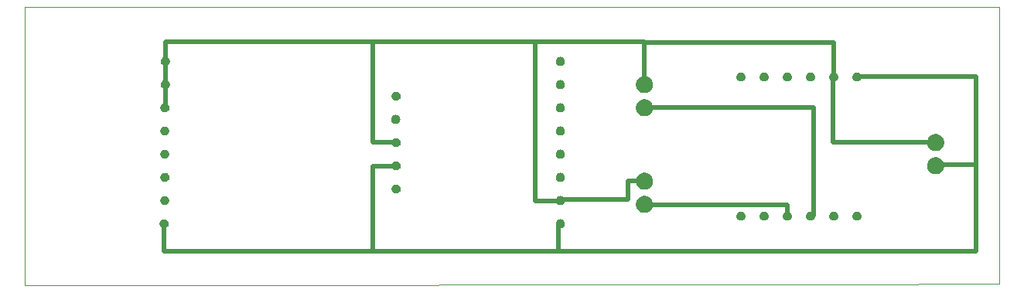
<source format=gbl>
G75*
G71*
%OFA0B0*%
%FSLAX23Y23*%
%IPPOS*%
%LPD*%
%ADD10C,0.1*%
%ADD11C,0.508*%
%LPD*%D10*
X0Y0D02*
X0Y100D01*
X0Y200D01*
X0Y300D01*
X0Y400D01*
X0Y500D01*
X0Y600D01*
X0Y700D01*
X0Y799D01*
X0Y899D01*
X0Y999D01*
X0Y1099D01*
X0Y1199D01*
X0Y1299D01*
X0Y1399D01*
X0Y1499D01*
X0Y1599D01*
X0Y1699D01*
X0Y1799D01*
X0Y1899D01*
X0Y1999D01*
X0Y2099D01*
X0Y2199D01*
X0Y2298D01*
X0Y2398D01*
X0Y2498D01*
X0Y2598D01*
X0Y2698D01*
X0Y2798D01*
X0Y2898D01*
X0Y2998D01*
X0Y3098D01*
X0Y3198D01*
X0Y3298D01*
X0Y3398D01*
X0Y3498D01*
X0Y3598D01*
X0Y3698D01*
X0Y3797D01*
X0Y3897D01*
X0Y3997D01*
X0Y4097D01*
X0Y4197D01*
X0Y4297D01*
X0Y4397D01*
X0Y4497D01*
X0Y4597D01*
X0Y4697D01*
X0Y4797D01*
X0Y4897D01*
X0Y4997D01*
X0Y5097D01*
X0Y5197D01*
X0Y5296D01*
X0Y5396D01*
X0Y5496D01*
X0Y5596D01*
X0Y5696D01*
X0Y5796D01*
X0Y5896D01*
X0Y5996D01*
X0Y6096D01*
X0Y6196D01*
X0Y6296D01*
X0Y6396D01*
X0Y6496D01*
X0Y6596D01*
X0Y6696D01*
X0Y6796D01*
X0Y6895D01*
X0Y6995D01*
X0Y7095D01*
X0Y7195D01*
X0Y7295D01*
X0Y7395D01*
X0Y7495D01*
X0Y7595D01*
X0Y7695D01*
X0Y7795D01*
X0Y7895D01*
X0Y7995D01*
X0Y8095D01*
X0Y8195D01*
X0Y8295D01*
X0Y8394D01*
X0Y8494D01*
X0Y8594D01*
X0Y8694D01*
X0Y8794D01*
X0Y8894D01*
X0Y8994D01*
X0Y9094D01*
X0Y9194D01*
X0Y9294D01*
X0Y9394D01*
X0Y9494D01*
X0Y9594D01*
X0Y9694D01*
X0Y9794D01*
X0Y9893D01*
X0Y9993D01*
X0Y10093D01*
X0Y10193D01*
X0Y10293D01*
X0Y10393D01*
X0Y10493D01*
X0Y10593D01*
X0Y10693D01*
X0Y10793D01*
X0Y10893D01*
X0Y10993D01*
X0Y11093D01*
X0Y11193D01*
X0Y11293D01*
X0Y11392D01*
X0Y11492D01*
X0Y11592D01*
X0Y11692D01*
X0Y11792D01*
X0Y11892D01*
X0Y11992D01*
X0Y12092D01*
X0Y12192D01*
X0Y12292D01*
X0Y12392D01*
X0Y12492D01*
X0Y12592D01*
X0Y12692D01*
X0Y12792D01*
X0Y12891D01*
X0Y12991D01*
X0Y13091D01*
X0Y13191D01*
X0Y13291D01*
X0Y13391D01*
X0Y13491D01*
X0Y13591D01*
X0Y13691D01*
X0Y13791D01*
X0Y13891D01*
X0Y13991D01*
X0Y14091D01*
X0Y14191D01*
X0Y14291D01*
X0Y14391D01*
X0Y14490D01*
X0Y14590D01*
X0Y14690D01*
X0Y14790D01*
X0Y14890D01*
X0Y14990D01*
X0Y15090D01*
X0Y15190D01*
X0Y15290D01*
X0Y15390D01*
X0Y15490D01*
X0Y15590D01*
X0Y15690D01*
X0Y15790D01*
X0Y15890D01*
X0Y15989D01*
X0Y16089D01*
X0Y16189D01*
X0Y16289D01*
X0Y16389D01*
X0Y16489D01*
X0Y16589D01*
X0Y16689D01*
X0Y16789D01*
X0Y16889D01*
X0Y16989D01*
X0Y17089D01*
X0Y17189D01*
X0Y17289D01*
X0Y17389D01*
X0Y17488D01*
X0Y17588D01*
X0Y17688D01*
X0Y17788D01*
X0Y17888D01*
X0Y17988D01*
X0Y18088D01*
X0Y18188D01*
X0Y18288D01*
X0Y18388D01*
X0Y18488D01*
X0Y18588D01*
X0Y18688D01*
X0Y18788D01*
X0Y18888D01*
X0Y18987D01*
X0Y19087D01*
X0Y19187D01*
X0Y19287D01*
X0Y19387D01*
X0Y19487D01*
X0Y19587D01*
X0Y19687D01*
X0Y19787D01*
X0Y19887D01*
X0Y19987D01*
X0Y20087D01*
X0Y20187D01*
X0Y20287D01*
X0Y20387D01*
X0Y20486D01*
X0Y20586D01*
X0Y20686D01*
X0Y20786D01*
X0Y20886D01*
X0Y20986D01*
X0Y21086D01*
X0Y21186D01*
X0Y21286D01*
X0Y21386D01*
X0Y21486D01*
X0Y21586D01*
X0Y21686D01*
X0Y21786D01*
X0Y21886D01*
X0Y21985D01*
X0Y22085D01*
X0Y22185D01*
X0Y22285D01*
X0Y22385D01*
X0Y22485D01*
X0Y22585D01*
X0Y22685D01*
X0Y22785D01*
X0Y22885D01*
X0Y22985D01*
X0Y23085D01*
X0Y23185D01*
X0Y23285D01*
X0Y23385D01*
X0Y23485D01*
X0Y23584D01*
X0Y23684D01*
X0Y23784D01*
X0Y23884D01*
X0Y23984D01*
X0Y24084D01*
X0Y24184D01*
X0Y24284D01*
X0Y24384D01*
X0Y24484D01*
X0Y24584D01*
X0Y24684D01*
X0Y24784D01*
X0Y24884D01*
X0Y24984D01*
X0Y25083D01*
X0Y25183D01*
X0Y25283D01*
X0Y25383D01*
X0Y25483D01*
X0Y25583D01*
X0Y25683D01*
X0Y25783D01*
X0Y25883D01*
X0Y25983D01*
X0Y26083D01*
X0Y26183D01*
X0Y26283D01*
X0Y26383D01*
X0Y26483D01*
X0Y26582D01*
X0Y26682D01*
X0Y26782D01*
X0Y26882D01*
X0Y26982D01*
X0Y27082D01*
X0Y27182D01*
X0Y27282D01*
X0Y27382D01*
X0Y27482D01*
X0Y27582D01*
X0Y27682D01*
X0Y27782D01*
X0Y27882D01*
X0Y27982D01*
X0Y28082D01*
X0Y28181D01*
X0Y28281D01*
X0Y28381D01*
X0Y28481D01*
X0Y28581D01*
X0Y28681D01*
X0Y28781D01*
X0Y28881D01*
X0Y28981D01*
X0Y29081D01*
X0Y29181D01*
X0Y29281D01*
X0Y29381D01*
X0Y29481D01*
X0Y29581D01*
X0Y29680D01*
X0Y29780D01*
X0Y29880D01*
X0Y29980D01*
X0Y30080D01*
X0Y30180D01*
X0Y30280D01*
X0Y30380D01*
X0Y30480D01*
X100Y30480D01*
X200Y30480D01*
X300Y30480D01*
X400Y30480D01*
X500Y30480D01*
X600Y30480D01*
X700Y30480D01*
X800Y30480D01*
X900Y30480D01*
X1000Y30480D01*
X1100Y30480D01*
X1200Y30480D01*
X1300Y30480D01*
X1400Y30480D01*
X1500Y30480D01*
X1600Y30480D01*
X1700Y30480D01*
X1800Y30480D01*
X1900Y30480D01*
X2000Y30480D01*
X2100Y30480D01*
X2200Y30480D01*
X2300Y30480D01*
X2400Y30480D01*
X2500Y30480D01*
X2599Y30480D01*
X2699Y30480D01*
X2799Y30480D01*
X2899Y30480D01*
X2999Y30480D01*
X3099Y30480D01*
X3199Y30480D01*
X3299Y30480D01*
X3399Y30480D01*
X3499Y30480D01*
X3599Y30480D01*
X3699Y30480D01*
X3799Y30480D01*
X3899Y30480D01*
X3999Y30480D01*
X4099Y30480D01*
X4199Y30480D01*
X4299Y30480D01*
X4399Y30480D01*
X4499Y30480D01*
X4599Y30480D01*
X4699Y30480D01*
X4799Y30480D01*
X4899Y30480D01*
X4999Y30480D01*
X5099Y30480D01*
X5199Y30480D01*
X5299Y30480D01*
X5399Y30480D01*
X5499Y30480D01*
X5599Y30480D01*
X5699Y30480D01*
X5799Y30480D01*
X5899Y30480D01*
X5999Y30480D01*
X6099Y30480D01*
X6199Y30480D01*
X6299Y30480D01*
X6399Y30480D01*
X6499Y30480D01*
X6599Y30480D01*
X6699Y30480D01*
X6799Y30480D01*
X6899Y30480D01*
X6999Y30480D01*
X7099Y30480D01*
X7199Y30480D01*
X7299Y30480D01*
X7399Y30480D01*
X7499Y30480D01*
X7599Y30480D01*
X7699Y30480D01*
X7798Y30480D01*
X7898Y30480D01*
X7998Y30480D01*
X8098Y30480D01*
X8198Y30480D01*
X8298Y30480D01*
X8398Y30480D01*
X8498Y30480D01*
X8598Y30480D01*
X8698Y30480D01*
X8798Y30480D01*
X8898Y30480D01*
X8998Y30480D01*
X9098Y30480D01*
X9198Y30480D01*
X9298Y30480D01*
X9398Y30480D01*
X9498Y30480D01*
X9598Y30480D01*
X9698Y30480D01*
X9798Y30480D01*
X9898Y30480D01*
X9998Y30480D01*
X10098Y30480D01*
X10198Y30480D01*
X10298Y30480D01*
X10398Y30480D01*
X10498Y30480D01*
X10598Y30480D01*
X10698Y30480D01*
X10798Y30480D01*
X10898Y30480D01*
X10998Y30480D01*
X11098Y30480D01*
X11198Y30480D01*
X11298Y30480D01*
X11398Y30480D01*
X11498Y30480D01*
X11598Y30480D01*
X11698Y30480D01*
X11798Y30480D01*
X11898Y30480D01*
X11998Y30480D01*
X12098Y30480D01*
X12198Y30480D01*
X12298Y30480D01*
X12398Y30480D01*
X12498Y30480D01*
X12598Y30480D01*
X12698Y30480D01*
X12798Y30480D01*
X12898Y30480D01*
X12998Y30480D01*
X13097Y30480D01*
X13197Y30480D01*
X13297Y30480D01*
X13397Y30480D01*
X13497Y30480D01*
X13597Y30480D01*
X13697Y30480D01*
X13797Y30480D01*
X13897Y30480D01*
X13997Y30480D01*
X14097Y30480D01*
X14197Y30480D01*
X14297Y30480D01*
X14397Y30480D01*
X14497Y30480D01*
X14597Y30480D01*
X14697Y30480D01*
X14797Y30480D01*
X14897Y30480D01*
X14997Y30480D01*
X15097Y30480D01*
X15197Y30480D01*
X15297Y30480D01*
X15397Y30480D01*
X15497Y30480D01*
X15597Y30480D01*
X15697Y30480D01*
X15797Y30480D01*
X15897Y30480D01*
X15997Y30480D01*
X16097Y30480D01*
X16197Y30480D01*
X16297Y30480D01*
X16397Y30480D01*
X16497Y30480D01*
X16597Y30480D01*
X16697Y30480D01*
X16797Y30480D01*
X16897Y30480D01*
X16997Y30480D01*
X17097Y30480D01*
X17197Y30480D01*
X17297Y30480D01*
X17397Y30480D01*
X17497Y30480D01*
X17597Y30480D01*
X17697Y30480D01*
X17797Y30480D01*
X17897Y30480D01*
X17997Y30480D01*
X18097Y30480D01*
X18196Y30480D01*
X18296Y30480D01*
X18396Y30480D01*
X18496Y30480D01*
X18596Y30480D01*
X18696Y30480D01*
X18796Y30480D01*
X18896Y30480D01*
X18996Y30480D01*
X19096Y30480D01*
X19196Y30480D01*
X19296Y30480D01*
X19396Y30480D01*
X19496Y30480D01*
X19596Y30480D01*
X19696Y30480D01*
X19796Y30480D01*
X19896Y30480D01*
X19996Y30480D01*
X20096Y30480D01*
X20196Y30480D01*
X20296Y30480D01*
X20396Y30480D01*
X20496Y30480D01*
X20596Y30480D01*
X20696Y30480D01*
X20796Y30480D01*
X20896Y30480D01*
X20996Y30480D01*
X21096Y30480D01*
X21196Y30480D01*
X21296Y30480D01*
X21396Y30480D01*
X21496Y30480D01*
X21596Y30480D01*
X21696Y30480D01*
X21796Y30480D01*
X21896Y30480D01*
X21996Y30480D01*
X22096Y30480D01*
X22196Y30480D01*
X22296Y30480D01*
X22396Y30480D01*
X22496Y30480D01*
X22596Y30480D01*
X22696Y30480D01*
X22796Y30480D01*
X22896Y30480D01*
X22996Y30480D01*
X23096Y30480D01*
X23196Y30480D01*
X23296Y30480D01*
X23395Y30480D01*
X23495Y30480D01*
X23595Y30480D01*
X23695Y30480D01*
X23795Y30480D01*
X23895Y30480D01*
X23995Y30480D01*
X24095Y30480D01*
X24195Y30480D01*
X24295Y30480D01*
X24395Y30480D01*
X24495Y30480D01*
X24595Y30480D01*
X24695Y30480D01*
X24795Y30480D01*
X24895Y30480D01*
X24995Y30480D01*
X25095Y30480D01*
X25195Y30480D01*
X25295Y30480D01*
X25395Y30480D01*
X25495Y30480D01*
X25595Y30480D01*
X25695Y30480D01*
X25795Y30480D01*
X25895Y30480D01*
X25995Y30480D01*
X26095Y30480D01*
X26195Y30480D01*
X26295Y30480D01*
X26395Y30480D01*
X26495Y30480D01*
X26595Y30480D01*
X26695Y30480D01*
X26795Y30480D01*
X26895Y30480D01*
X26995Y30480D01*
X27095Y30480D01*
X27195Y30480D01*
X27295Y30480D01*
X27395Y30480D01*
X27495Y30480D01*
X27595Y30480D01*
X27695Y30480D01*
X27795Y30480D01*
X27895Y30480D01*
X27995Y30480D01*
X28095Y30480D01*
X28195Y30480D01*
X28295Y30480D01*
X28395Y30480D01*
X28495Y30480D01*
X28594Y30480D01*
X28694Y30480D01*
X28794Y30480D01*
X28894Y30480D01*
X28994Y30480D01*
X29094Y30480D01*
X29194Y30480D01*
X29294Y30480D01*
X29394Y30480D01*
X29494Y30480D01*
X29594Y30480D01*
X29694Y30480D01*
X29794Y30480D01*
X29894Y30480D01*
X29994Y30480D01*
X30094Y30480D01*
X30194Y30480D01*
X30294Y30480D01*
X30394Y30480D01*
X30494Y30480D01*
X30594Y30480D01*
X30694Y30480D01*
X30794Y30480D01*
X30894Y30480D01*
X30994Y30480D01*
X31094Y30480D01*
X31194Y30480D01*
X31294Y30480D01*
X31394Y30480D01*
X31494Y30480D01*
X31594Y30480D01*
X31694Y30480D01*
X31794Y30480D01*
X31894Y30480D01*
X31994Y30480D01*
X32094Y30480D01*
X32194Y30480D01*
X32294Y30480D01*
X32394Y30480D01*
X32494Y30480D01*
X32594Y30480D01*
X32694Y30480D01*
X32794Y30480D01*
X32894Y30480D01*
X32994Y30480D01*
X33094Y30480D01*
X33194Y30480D01*
X33294Y30480D01*
X33394Y30480D01*
X33494Y30480D01*
X33594Y30480D01*
X33694Y30480D01*
X33793Y30480D01*
X33893Y30480D01*
X33993Y30480D01*
X34093Y30480D01*
X34193Y30480D01*
X34293Y30480D01*
X34393Y30480D01*
X34493Y30480D01*
X34593Y30480D01*
X34693Y30480D01*
X34793Y30480D01*
X34893Y30480D01*
X34993Y30480D01*
X35093Y30480D01*
X35193Y30480D01*
X35293Y30480D01*
X35393Y30480D01*
X35493Y30480D01*
X35593Y30480D01*
X35693Y30480D01*
X35793Y30480D01*
X35893Y30480D01*
X35993Y30480D01*
X36093Y30480D01*
X36193Y30480D01*
X36293Y30480D01*
X36393Y30480D01*
X36493Y30480D01*
X36593Y30480D01*
X36693Y30480D01*
X36793Y30480D01*
X36893Y30480D01*
X36993Y30480D01*
X37093Y30480D01*
X37193Y30480D01*
X37293Y30480D01*
X37393Y30480D01*
X37493Y30480D01*
X37593Y30480D01*
X37693Y30480D01*
X37793Y30480D01*
X37893Y30480D01*
X37993Y30480D01*
X38093Y30480D01*
X38193Y30480D01*
X38293Y30480D01*
X38393Y30480D01*
X38493Y30480D01*
X38593Y30480D01*
X38693Y30480D01*
X38793Y30480D01*
X38893Y30480D01*
X38992Y30480D01*
X39092Y30480D01*
X39192Y30480D01*
X39292Y30480D01*
X39392Y30480D01*
X39492Y30480D01*
X39592Y30480D01*
X39692Y30480D01*
X39792Y30480D01*
X39892Y30480D01*
X39992Y30480D01*
X40092Y30480D01*
X40192Y30480D01*
X40292Y30480D01*
X40392Y30480D01*
X40492Y30480D01*
X40592Y30480D01*
X40692Y30480D01*
X40792Y30480D01*
X40892Y30480D01*
X40992Y30480D01*
X41092Y30480D01*
X41192Y30480D01*
X41292Y30480D01*
X41392Y30480D01*
X41492Y30480D01*
X41592Y30480D01*
X41692Y30480D01*
X41792Y30480D01*
X41892Y30480D01*
X41992Y30480D01*
X42092Y30480D01*
X42192Y30480D01*
X42292Y30480D01*
X42392Y30480D01*
X42492Y30480D01*
X42592Y30480D01*
X42692Y30480D01*
X42792Y30480D01*
X42892Y30480D01*
X42992Y30480D01*
X43092Y30480D01*
X43192Y30480D01*
X43292Y30480D01*
X43392Y30480D01*
X43492Y30480D01*
X43592Y30480D01*
X43692Y30480D01*
X43792Y30480D01*
X43892Y30480D01*
X43992Y30480D01*
X44092Y30480D01*
X44192Y30480D01*
X44291Y30480D01*
X44391Y30480D01*
X44491Y30480D01*
X44591Y30480D01*
X44691Y30480D01*
X44791Y30480D01*
X44891Y30480D01*
X44991Y30480D01*
X45091Y30480D01*
X45191Y30480D01*
X45291Y30480D01*
X45391Y30480D01*
X45491Y30480D01*
X45591Y30480D01*
X45691Y30480D01*
X45791Y30480D01*
X45891Y30480D01*
X45991Y30480D01*
X46091Y30480D01*
X46191Y30480D01*
X46291Y30480D01*
X46391Y30480D01*
X46491Y30480D01*
X46591Y30480D01*
X46691Y30480D01*
X46791Y30480D01*
X46891Y30480D01*
X46991Y30480D01*
X47091Y30480D01*
X47191Y30480D01*
X47291Y30480D01*
X47391Y30480D01*
X47491Y30480D01*
X47591Y30480D01*
X47691Y30480D01*
X47791Y30480D01*
X47891Y30480D01*
X47991Y30480D01*
X48091Y30480D01*
X48191Y30480D01*
X48291Y30480D01*
X48391Y30480D01*
X48491Y30480D01*
X48591Y30480D01*
X48691Y30480D01*
X48791Y30480D01*
X48891Y30480D01*
X48991Y30480D01*
X49091Y30480D01*
X49191Y30480D01*
X49291Y30480D01*
X49391Y30480D01*
X49491Y30480D01*
X49590Y30480D01*
X49690Y30480D01*
X49790Y30480D01*
X49890Y30480D01*
X49990Y30480D01*
X50090Y30480D01*
X50190Y30480D01*
X50290Y30480D01*
X50390Y30480D01*
X50490Y30480D01*
X50590Y30480D01*
X50690Y30480D01*
X50790Y30480D01*
X50890Y30480D01*
X50990Y30480D01*
X51090Y30480D01*
X51190Y30480D01*
X51290Y30480D01*
X51390Y30480D01*
X51490Y30480D01*
X51590Y30480D01*
X51690Y30480D01*
X51790Y30480D01*
X51890Y30480D01*
X51990Y30480D01*
X52090Y30480D01*
X52190Y30480D01*
X52290Y30480D01*
X52390Y30480D01*
X52490Y30480D01*
X52590Y30480D01*
X52690Y30480D01*
X52790Y30480D01*
X52890Y30480D01*
X52990Y30480D01*
X53090Y30480D01*
X53190Y30480D01*
X53290Y30480D01*
X53390Y30480D01*
X53490Y30480D01*
X53590Y30480D01*
X53690Y30480D01*
X53790Y30480D01*
X53890Y30480D01*
X53990Y30480D01*
X54090Y30480D01*
X54190Y30480D01*
X54290Y30480D01*
X54390Y30480D01*
X54490Y30480D01*
X54590Y30480D01*
X54690Y30480D01*
X54789Y30480D01*
X54889Y30480D01*
X54989Y30480D01*
X55089Y30480D01*
X55189Y30480D01*
X55289Y30480D01*
X55389Y30480D01*
X55489Y30480D01*
X55589Y30480D01*
X55689Y30480D01*
X55789Y30480D01*
X55889Y30480D01*
X55989Y30480D01*
X56089Y30480D01*
X56189Y30480D01*
X56289Y30480D01*
X56389Y30480D01*
X56489Y30480D01*
X56589Y30480D01*
X56689Y30480D01*
X56789Y30480D01*
X56889Y30480D01*
X56989Y30480D01*
X57089Y30480D01*
X57189Y30480D01*
X57289Y30480D01*
X57389Y30480D01*
X57489Y30480D01*
X57589Y30480D01*
X57689Y30480D01*
X57789Y30480D01*
X57889Y30480D01*
X57989Y30480D01*
X58089Y30480D01*
X58189Y30480D01*
X58289Y30480D01*
X58389Y30480D01*
X58489Y30480D01*
X58589Y30480D01*
X58689Y30480D01*
X58789Y30480D01*
X58889Y30480D01*
X58989Y30480D01*
X59089Y30480D01*
X59189Y30480D01*
X59289Y30480D01*
X59389Y30480D01*
X59489Y30480D01*
X59589Y30480D01*
X59689Y30480D01*
X59789Y30480D01*
X59889Y30480D01*
X59988Y30480D01*
X60088Y30480D01*
X60188Y30480D01*
X60288Y30480D01*
X60388Y30480D01*
X60488Y30480D01*
X60588Y30480D01*
X60688Y30480D01*
X60788Y30480D01*
X60888Y30480D01*
X60988Y30480D01*
X61088Y30480D01*
X61188Y30480D01*
X61288Y30480D01*
X61388Y30480D01*
X61488Y30480D01*
X61588Y30480D01*
X61688Y30480D01*
X61788Y30480D01*
X61888Y30480D01*
X61988Y30480D01*
X62088Y30480D01*
X62188Y30480D01*
X62288Y30480D01*
X62388Y30480D01*
X62488Y30480D01*
X62588Y30480D01*
X62688Y30480D01*
X62788Y30480D01*
X62888Y30480D01*
X62988Y30480D01*
X63088Y30480D01*
X63188Y30480D01*
X63288Y30480D01*
X63388Y30480D01*
X63488Y30480D01*
X63588Y30480D01*
X63688Y30480D01*
X63788Y30480D01*
X63888Y30480D01*
X63988Y30480D01*
X64088Y30480D01*
X64188Y30480D01*
X64288Y30480D01*
X64388Y30480D01*
X64488Y30480D01*
X64588Y30480D01*
X64688Y30480D01*
X64788Y30480D01*
X64888Y30480D01*
X64988Y30480D01*
X65088Y30480D01*
X65188Y30480D01*
X65288Y30480D01*
X65387Y30480D01*
X65487Y30480D01*
X65587Y30480D01*
X65687Y30480D01*
X65787Y30480D01*
X65887Y30480D01*
X65987Y30480D01*
X66087Y30480D01*
X66187Y30480D01*
X66287Y30480D01*
X66387Y30480D01*
X66487Y30480D01*
X66587Y30480D01*
X66687Y30480D01*
X66787Y30480D01*
X66887Y30480D01*
X66987Y30480D01*
X67087Y30480D01*
X67187Y30480D01*
X67287Y30480D01*
X67387Y30480D01*
X67487Y30480D01*
X67587Y30480D01*
X67687Y30480D01*
X67787Y30480D01*
X67887Y30480D01*
X67987Y30480D01*
X68087Y30480D01*
X68187Y30480D01*
X68287Y30480D01*
X68387Y30480D01*
X68487Y30480D01*
X68587Y30480D01*
X68687Y30480D01*
X68787Y30480D01*
X68887Y30480D01*
X68987Y30480D01*
X69087Y30480D01*
X69187Y30480D01*
X69287Y30480D01*
X69387Y30480D01*
X69487Y30480D01*
X69587Y30480D01*
X69687Y30480D01*
X69787Y30480D01*
X69887Y30480D01*
X69987Y30480D01*
X70087Y30480D01*
X70187Y30480D01*
X70287Y30480D01*
X70387Y30480D01*
X70487Y30480D01*
X70587Y30480D01*
X70686Y30480D01*
X70786Y30480D01*
X70886Y30480D01*
X70986Y30480D01*
X71086Y30480D01*
X71186Y30480D01*
X71286Y30480D01*
X71386Y30480D01*
X71486Y30480D01*
X71586Y30480D01*
X71686Y30480D01*
X71786Y30480D01*
X71886Y30480D01*
X71986Y30480D01*
X72086Y30480D01*
X72186Y30480D01*
X72286Y30480D01*
X72386Y30480D01*
X72486Y30480D01*
X72586Y30480D01*
X72686Y30480D01*
X72786Y30480D01*
X72886Y30480D01*
X72986Y30480D01*
X73086Y30480D01*
X73186Y30480D01*
X73286Y30480D01*
X73386Y30480D01*
X73486Y30480D01*
X73586Y30480D01*
X73686Y30480D01*
X73786Y30480D01*
X73886Y30480D01*
X73986Y30480D01*
X74086Y30480D01*
X74186Y30480D01*
X74286Y30480D01*
X74386Y30480D01*
X74486Y30480D01*
X74586Y30480D01*
X74686Y30480D01*
X74786Y30480D01*
X74886Y30480D01*
X74986Y30480D01*
X75086Y30480D01*
X75186Y30480D01*
X75286Y30480D01*
X75386Y30480D01*
X75486Y30480D01*
X75586Y30480D01*
X75686Y30480D01*
X75786Y30480D01*
X75886Y30480D01*
X75985Y30480D01*
X76085Y30480D01*
X76185Y30480D01*
X76285Y30480D01*
X76385Y30480D01*
X76485Y30480D01*
X76585Y30480D01*
X76685Y30480D01*
X76785Y30480D01*
X76885Y30480D01*
X76985Y30480D01*
X77085Y30480D01*
X77185Y30480D01*
X77285Y30480D01*
X77385Y30480D01*
X77485Y30480D01*
X77585Y30480D01*
X77685Y30480D01*
X77785Y30480D01*
X77885Y30480D01*
X77985Y30480D01*
X78085Y30480D01*
X78185Y30480D01*
X78285Y30480D01*
X78385Y30480D01*
X78485Y30480D01*
X78585Y30480D01*
X78685Y30480D01*
X78785Y30480D01*
X78885Y30480D01*
X78985Y30480D01*
X79085Y30480D01*
X79185Y30480D01*
X79285Y30480D01*
X79385Y30480D01*
X79485Y30480D01*
X79585Y30480D01*
X79685Y30480D01*
X79785Y30480D01*
X79885Y30480D01*
X79985Y30480D01*
X80085Y30480D01*
X80185Y30480D01*
X80285Y30480D01*
X80385Y30480D01*
X80485Y30480D01*
X80585Y30480D01*
X80685Y30480D01*
X80785Y30480D01*
X80885Y30480D01*
X80985Y30480D01*
X81085Y30480D01*
X81185Y30480D01*
X81284Y30480D01*
X81384Y30480D01*
X81484Y30480D01*
X81584Y30480D01*
X81684Y30480D01*
X81784Y30480D01*
X81884Y30480D01*
X81984Y30480D01*
X82084Y30480D01*
X82184Y30480D01*
X82284Y30480D01*
X82384Y30480D01*
X82484Y30480D01*
X82584Y30480D01*
X82684Y30480D01*
X82784Y30480D01*
X82884Y30480D01*
X82984Y30480D01*
X83084Y30480D01*
X83184Y30480D01*
X83284Y30480D01*
X83384Y30480D01*
X83484Y30480D01*
X83584Y30480D01*
X83684Y30480D01*
X83784Y30480D01*
X83884Y30480D01*
X83984Y30480D01*
X84084Y30480D01*
X84184Y30480D01*
X84284Y30480D01*
X84384Y30480D01*
X84484Y30480D01*
X84584Y30480D01*
X84684Y30480D01*
X84784Y30480D01*
X84884Y30480D01*
X84984Y30480D01*
X85084Y30480D01*
X85184Y30480D01*
X85284Y30480D01*
X85384Y30480D01*
X85484Y30480D01*
X85584Y30480D01*
X85684Y30480D01*
X85784Y30480D01*
X85884Y30480D01*
X85984Y30480D01*
X86084Y30480D01*
X86184Y30480D01*
X86284Y30480D01*
X86384Y30480D01*
X86484Y30480D01*
X86583Y30480D01*
X86683Y30480D01*
X86783Y30480D01*
X86883Y30480D01*
X86983Y30480D01*
X87083Y30480D01*
X87183Y30480D01*
X87283Y30480D01*
X87383Y30480D01*
X87483Y30480D01*
X87583Y30480D01*
X87683Y30480D01*
X87783Y30480D01*
X87883Y30480D01*
X87983Y30480D01*
X88083Y30480D01*
X88183Y30480D01*
X88283Y30480D01*
X88383Y30480D01*
X88483Y30480D01*
X88583Y30480D01*
X88683Y30480D01*
X88783Y30480D01*
X88883Y30480D01*
X88983Y30480D01*
X89083Y30480D01*
X89183Y30480D01*
X89283Y30480D01*
X89383Y30480D01*
X89483Y30480D01*
X89583Y30480D01*
X89683Y30480D01*
X89783Y30480D01*
X89883Y30480D01*
X89983Y30480D01*
X90083Y30480D01*
X90183Y30480D01*
X90283Y30480D01*
X90383Y30480D01*
X90483Y30480D01*
X90583Y30480D01*
X90683Y30480D01*
X90783Y30480D01*
X90883Y30480D01*
X90983Y30480D01*
X91083Y30480D01*
X91183Y30480D01*
X91283Y30480D01*
X91383Y30480D01*
X91483Y30480D01*
X91583Y30480D01*
X91683Y30480D01*
X91783Y30480D01*
X91883Y30480D01*
X91983Y30480D01*
X92082Y30480D01*
X92182Y30480D01*
X92282Y30480D01*
X92382Y30480D01*
X92482Y30480D01*
X92582Y30480D01*
X92682Y30480D01*
X92782Y30480D01*
X92882Y30480D01*
X92982Y30480D01*
X93082Y30480D01*
X93182Y30480D01*
X93282Y30480D01*
X93382Y30480D01*
X93482Y30480D01*
X93582Y30480D01*
X93682Y30480D01*
X93782Y30480D01*
X93882Y30480D01*
X93982Y30480D01*
X94082Y30480D01*
X94182Y30480D01*
X94282Y30480D01*
X94382Y30480D01*
X94482Y30480D01*
X94582Y30480D01*
X94682Y30480D01*
X94782Y30480D01*
X94882Y30480D01*
X94982Y30480D01*
X95082Y30480D01*
X95182Y30480D01*
X95282Y30480D01*
X95382Y30480D01*
X95482Y30480D01*
X95582Y30480D01*
X95682Y30480D01*
X95782Y30480D01*
X95882Y30480D01*
X95982Y30480D01*
X96082Y30480D01*
X96182Y30480D01*
X96282Y30480D01*
X96382Y30480D01*
X96482Y30480D01*
X96582Y30480D01*
X96682Y30480D01*
X96782Y30480D01*
X96882Y30480D01*
X96982Y30480D01*
X97082Y30480D01*
X97182Y30480D01*
X97282Y30480D01*
X97382Y30480D01*
X97482Y30480D01*
X97581Y30480D01*
X97681Y30480D01*
X97781Y30480D01*
X97881Y30480D01*
X97981Y30480D01*
X98081Y30480D01*
X98181Y30480D01*
X98281Y30480D01*
X98381Y30480D01*
X98481Y30480D01*
X98581Y30480D01*
X98681Y30480D01*
X98781Y30480D01*
X98881Y30480D01*
X98981Y30480D01*
X99081Y30480D01*
X99181Y30480D01*
X99281Y30480D01*
X99381Y30480D01*
X99481Y30480D01*
X99581Y30480D01*
X99681Y30480D01*
X99781Y30480D01*
X99881Y30480D01*
X99981Y30480D01*
X100081Y30480D01*
X100181Y30480D01*
X100281Y30480D01*
X100381Y30480D01*
X100481Y30480D01*
X100581Y30480D01*
X100681Y30480D01*
X100781Y30480D01*
X100881Y30480D01*
X100981Y30480D01*
X101081Y30480D01*
X101181Y30480D01*
X101281Y30480D01*
X101381Y30480D01*
X101481Y30480D01*
X101581Y30480D01*
X101681Y30480D01*
X101781Y30480D01*
X101881Y30480D01*
X101981Y30480D01*
X102081Y30480D01*
X102181Y30480D01*
X102281Y30480D01*
X102381Y30480D01*
X102481Y30480D01*
X102581Y30480D01*
X102681Y30480D01*
X102781Y30480D01*
X102881Y30480D01*
X102981Y30480D01*
X103081Y30480D01*
X103181Y30480D01*
X103280Y30480D01*
X103380Y30480D01*
X103480Y30480D01*
X103580Y30480D01*
X103680Y30480D01*
X103780Y30480D01*
X103880Y30480D01*
X103980Y30480D01*
X104080Y30480D01*
X104180Y30480D01*
X104280Y30480D01*
X104380Y30480D01*
X104480Y30480D01*
X104580Y30480D01*
X104680Y30480D01*
X104780Y30480D01*
X104880Y30480D01*
X104980Y30480D01*
X105080Y30480D01*
X105180Y30480D01*
X105280Y30480D01*
X105380Y30480D01*
X105480Y30480D01*
X105580Y30480D01*
X105680Y30480D01*
X105780Y30480D01*
X105880Y30480D01*
X105980Y30480D01*
X106080Y30480D01*
X106180Y30480D01*
X106280Y30480D01*
X106380Y30480D01*
X106480Y30480D01*
X106580Y30480D01*
X106680Y30480D01*
X106680Y30380D01*
X106680Y30281D01*
X106680Y30181D01*
X106680Y30081D01*
X106680Y29982D01*
X106680Y29882D01*
X106680Y29782D01*
X106680Y29682D01*
X106680Y29583D01*
X106680Y29483D01*
X106680Y29383D01*
X106680Y29284D01*
X106680Y29184D01*
X106680Y29084D01*
X106680Y28985D01*
X106680Y28885D01*
X106680Y28785D01*
X106680Y28686D01*
X106680Y28586D01*
X106680Y28486D01*
X106680Y28386D01*
X106680Y28287D01*
X106680Y28187D01*
X106680Y28087D01*
X106680Y27988D01*
X106680Y27888D01*
X106680Y27788D01*
X106680Y27689D01*
X106680Y27589D01*
X106680Y27489D01*
X106680Y27389D01*
X106680Y27290D01*
X106680Y27190D01*
X106680Y27090D01*
X106680Y26991D01*
X106680Y26891D01*
X106680Y26791D01*
X106680Y26692D01*
X106680Y26592D01*
X106680Y26492D01*
X106680Y26393D01*
X106680Y26293D01*
X106680Y26193D01*
X106680Y26093D01*
X106680Y25994D01*
X106680Y25894D01*
X106680Y25794D01*
X106680Y25695D01*
X106680Y25595D01*
X106680Y25495D01*
X106680Y25396D01*
X106680Y25296D01*
X106680Y25196D01*
X106680Y25097D01*
X106680Y24997D01*
X106680Y24897D01*
X106680Y24797D01*
X106680Y24698D01*
X106680Y24598D01*
X106680Y24498D01*
X106680Y24399D01*
X106680Y24299D01*
X106680Y24199D01*
X106680Y24100D01*
X106680Y24000D01*
X106680Y23900D01*
X106680Y23800D01*
X106680Y23701D01*
X106680Y23601D01*
X106680Y23501D01*
X106680Y23402D01*
X106680Y23302D01*
X106680Y23202D01*
X106680Y23103D01*
X106680Y23003D01*
X106680Y22903D01*
X106680Y22804D01*
X106680Y22704D01*
X106680Y22604D01*
X106680Y22504D01*
X106680Y22405D01*
X106680Y22305D01*
X106680Y22205D01*
X106680Y22106D01*
X106680Y22006D01*
X106680Y21906D01*
X106680Y21807D01*
X106680Y21707D01*
X106680Y21607D01*
X106680Y21508D01*
X106680Y21408D01*
X106680Y21308D01*
X106680Y21208D01*
X106680Y21109D01*
X106680Y21009D01*
X106680Y20909D01*
X106680Y20810D01*
X106680Y20710D01*
X106680Y20610D01*
X106680Y20511D01*
X106680Y20411D01*
X106680Y20311D01*
X106680Y20212D01*
X106680Y20112D01*
X106680Y20012D01*
X106680Y19912D01*
X106680Y19813D01*
X106680Y19713D01*
X106680Y19613D01*
X106680Y19514D01*
X106680Y19414D01*
X106680Y19314D01*
X106680Y19215D01*
X106680Y19115D01*
X106680Y19015D01*
X106680Y18915D01*
X106680Y18816D01*
X106680Y18716D01*
X106680Y18616D01*
X106680Y18517D01*
X106680Y18417D01*
X106680Y18317D01*
X106680Y18218D01*
X106680Y18118D01*
X106680Y18018D01*
X106680Y17919D01*
X106680Y17819D01*
X106680Y17719D01*
X106680Y17619D01*
X106680Y17520D01*
X106680Y17420D01*
X106680Y17320D01*
X106680Y17221D01*
X106680Y17121D01*
X106680Y17021D01*
X106680Y16922D01*
X106680Y16822D01*
X106680Y16722D01*
X106680Y16623D01*
X106680Y16523D01*
X106680Y16423D01*
X106680Y16323D01*
X106680Y16224D01*
X106680Y16124D01*
X106680Y16024D01*
X106680Y15925D01*
X106680Y15825D01*
X106680Y15725D01*
X106680Y15626D01*
X106680Y15526D01*
X106680Y15426D01*
X106680Y15326D01*
X106680Y15227D01*
X106680Y15127D01*
X106680Y15027D01*
X106680Y14928D01*
X106680Y14828D01*
X106680Y14728D01*
X106680Y14629D01*
X106680Y14529D01*
X106680Y14429D01*
X106680Y14330D01*
X106680Y14230D01*
X106680Y14130D01*
X106680Y14030D01*
X106680Y13931D01*
X106680Y13831D01*
X106680Y13731D01*
X106680Y13632D01*
X106680Y13532D01*
X106680Y13432D01*
X106680Y13333D01*
X106680Y13233D01*
X106680Y13133D01*
X106680Y13033D01*
X106680Y12934D01*
X106680Y12834D01*
X106680Y12734D01*
X106680Y12635D01*
X106680Y12535D01*
X106680Y12435D01*
X106680Y12336D01*
X106680Y12236D01*
X106680Y12136D01*
X106680Y12037D01*
X106680Y11937D01*
X106680Y11837D01*
X106680Y11737D01*
X106680Y11638D01*
X106680Y11538D01*
X106680Y11438D01*
X106680Y11339D01*
X106680Y11239D01*
X106680Y11139D01*
X106680Y11040D01*
X106680Y10940D01*
X106680Y10840D01*
X106680Y10741D01*
X106680Y10641D01*
X106680Y10541D01*
X106680Y10441D01*
X106680Y10342D01*
X106680Y10242D01*
X106680Y10142D01*
X106680Y10043D01*
X106680Y9943D01*
X106680Y9843D01*
X106680Y9744D01*
X106680Y9644D01*
X106680Y9544D01*
X106680Y9444D01*
X106680Y9345D01*
X106680Y9245D01*
X106680Y9145D01*
X106680Y9046D01*
X106680Y8946D01*
X106680Y8846D01*
X106680Y8747D01*
X106680Y8647D01*
X106680Y8547D01*
X106680Y8448D01*
X106680Y8348D01*
X106680Y8248D01*
X106680Y8148D01*
X106680Y8049D01*
X106680Y7949D01*
X106680Y7849D01*
X106680Y7750D01*
X106680Y7650D01*
X106680Y7550D01*
X106680Y7451D01*
X106680Y7351D01*
X106680Y7251D01*
X106680Y7152D01*
X106680Y7052D01*
X106680Y6952D01*
X106680Y6852D01*
X106680Y6753D01*
X106680Y6653D01*
X106680Y6553D01*
X106680Y6454D01*
X106680Y6354D01*
X106680Y6254D01*
X106680Y6155D01*
X106680Y6055D01*
X106680Y5955D01*
X106680Y5855D01*
X106680Y5756D01*
X106680Y5656D01*
X106680Y5556D01*
X106680Y5457D01*
X106680Y5357D01*
X106680Y5257D01*
X106680Y5158D01*
X106680Y5058D01*
X106680Y4958D01*
X106680Y4859D01*
X106680Y4759D01*
X106680Y4659D01*
X106680Y4559D01*
X106680Y4460D01*
X106680Y4360D01*
X106680Y4260D01*
X106680Y4161D01*
X106680Y4061D01*
X106680Y3961D01*
X106680Y3862D01*
X106680Y3762D01*
X106680Y3662D01*
X106680Y3563D01*
X106680Y3463D01*
X106680Y3363D01*
X106680Y3263D01*
X106680Y3164D01*
X106680Y3064D01*
X106680Y2964D01*
X106680Y2865D01*
X106680Y2765D01*
X106680Y2665D01*
X106680Y2566D01*
X106680Y2466D01*
X106680Y2366D01*
X106680Y2266D01*
X106680Y2167D01*
X106680Y2067D01*
X106680Y1967D01*
X106680Y1868D01*
X106680Y1768D01*
X106680Y1668D01*
X106680Y1569D01*
X106680Y1469D01*
X106680Y1369D01*
X106680Y1270D01*
X106680Y1170D01*
X106680Y1070D01*
X106680Y970D01*
X106680Y871D01*
X106680Y771D01*
X106680Y671D01*
X106680Y572D01*
X106680Y472D01*
X106680Y372D01*
X106680Y273D01*
X106680Y173D01*
X106580Y173D01*
X106480Y172D01*
X106380Y172D01*
X106280Y172D01*
X106180Y172D01*
X106080Y172D01*
X105980Y172D01*
X105880Y172D01*
X105780Y171D01*
X105680Y171D01*
X105580Y171D01*
X105480Y171D01*
X105380Y171D01*
X105280Y171D01*
X105180Y170D01*
X105080Y170D01*
X104980Y170D01*
X104880Y170D01*
X104780Y170D01*
X104680Y170D01*
X104580Y169D01*
X104480Y169D01*
X104380Y169D01*
X104280Y169D01*
X104180Y169D01*
X104081Y169D01*
X103981Y168D01*
X103881Y168D01*
X103781Y168D01*
X103681Y168D01*
X103581Y168D01*
X103481Y168D01*
X103381Y167D01*
X103281Y167D01*
X103181Y167D01*
X103081Y167D01*
X102981Y167D01*
X102881Y167D01*
X102781Y167D01*
X102681Y166D01*
X102581Y166D01*
X102481Y166D01*
X102381Y166D01*
X102281Y166D01*
X102181Y166D01*
X102081Y165D01*
X101981Y165D01*
X101881Y165D01*
X101781Y165D01*
X101681Y165D01*
X101581Y165D01*
X101481Y164D01*
X101381Y164D01*
X101281Y164D01*
X101181Y164D01*
X101081Y164D01*
X100981Y164D01*
X100881Y163D01*
X100781Y163D01*
X100681Y163D01*
X100581Y163D01*
X100481Y163D01*
X100381Y163D01*
X100281Y162D01*
X100181Y162D01*
X100081Y162D01*
X99981Y162D01*
X99881Y162D01*
X99781Y162D01*
X99681Y161D01*
X99581Y161D01*
X99481Y161D01*
X99381Y161D01*
X99281Y161D01*
X99181Y161D01*
X99081Y161D01*
X98981Y160D01*
X98882Y160D01*
X98782Y160D01*
X98682Y160D01*
X98582Y160D01*
X98482Y160D01*
X98382Y159D01*
X98282Y159D01*
X98182Y159D01*
X98082Y159D01*
X97982Y159D01*
X97882Y159D01*
X97782Y158D01*
X97682Y158D01*
X97582Y158D01*
X97482Y158D01*
X97382Y158D01*
X97282Y158D01*
X97182Y157D01*
X97082Y157D01*
X96982Y157D01*
X96882Y157D01*
X96782Y157D01*
X96682Y157D01*
X96582Y156D01*
X96482Y156D01*
X96382Y156D01*
X96282Y156D01*
X96182Y156D01*
X96082Y156D01*
X95982Y155D01*
X95882Y155D01*
X95782Y155D01*
X95682Y155D01*
X95582Y155D01*
X95482Y155D01*
X95382Y155D01*
X95282Y154D01*
X95182Y154D01*
X95082Y154D01*
X94982Y154D01*
X94882Y154D01*
X94782Y154D01*
X94682Y153D01*
X94582Y153D01*
X94482Y153D01*
X94382Y153D01*
X94282Y153D01*
X94182Y153D01*
X94082Y152D01*
X93982Y152D01*
X93882Y152D01*
X93782Y152D01*
X93682Y152D01*
X93583Y152D01*
X93483Y151D01*
X93383Y151D01*
X93283Y151D01*
X93183Y151D01*
X93083Y151D01*
X92983Y151D01*
X92883Y150D01*
X92783Y150D01*
X92683Y150D01*
X92583Y150D01*
X92483Y150D01*
X92383Y150D01*
X92283Y149D01*
X92183Y149D01*
X92083Y149D01*
X91983Y149D01*
X91883Y149D01*
X91783Y149D01*
X91683Y149D01*
X91583Y148D01*
X91483Y148D01*
X91383Y148D01*
X91283Y148D01*
X91183Y148D01*
X91083Y148D01*
X90983Y147D01*
X90883Y147D01*
X90783Y147D01*
X90683Y147D01*
X90583Y147D01*
X90483Y147D01*
X90383Y146D01*
X90283Y146D01*
X90183Y146D01*
X90083Y146D01*
X89983Y146D01*
X89883Y146D01*
X89783Y145D01*
X89683Y145D01*
X89583Y145D01*
X89483Y145D01*
X89383Y145D01*
X89283Y145D01*
X89183Y144D01*
X89083Y144D01*
X88983Y144D01*
X88883Y144D01*
X88783Y144D01*
X88683Y144D01*
X88583Y144D01*
X88484Y143D01*
X88384Y143D01*
X88284Y143D01*
X88184Y143D01*
X88084Y143D01*
X87984Y143D01*
X87884Y142D01*
X87784Y142D01*
X87684Y142D01*
X87584Y142D01*
X87484Y142D01*
X87384Y142D01*
X87284Y141D01*
X87184Y141D01*
X87084Y141D01*
X86984Y141D01*
X86884Y141D01*
X86784Y141D01*
X86684Y140D01*
X86584Y140D01*
X86484Y140D01*
X86384Y140D01*
X86284Y140D01*
X86184Y140D01*
X86084Y139D01*
X85984Y139D01*
X85884Y139D01*
X85784Y139D01*
X85684Y139D01*
X85584Y139D01*
X85484Y138D01*
X85384Y138D01*
X85284Y138D01*
X85184Y138D01*
X85084Y138D01*
X84984Y138D01*
X84884Y138D01*
X84784Y137D01*
X84684Y137D01*
X84584Y137D01*
X84484Y137D01*
X84384Y137D01*
X84284Y137D01*
X84184Y136D01*
X84084Y136D01*
X83984Y136D01*
X83884Y136D01*
X83784Y136D01*
X83684Y136D01*
X83584Y135D01*
X83484Y135D01*
X83384Y135D01*
X83285Y135D01*
X83185Y135D01*
X83085Y135D01*
X82985Y134D01*
X82885Y134D01*
X82785Y134D01*
X82685Y134D01*
X82585Y134D01*
X82485Y134D01*
X82385Y133D01*
X82285Y133D01*
X82185Y133D01*
X82085Y133D01*
X81985Y133D01*
X81885Y133D01*
X81785Y132D01*
X81685Y132D01*
X81585Y132D01*
X81485Y132D01*
X81385Y132D01*
X81285Y132D01*
X81185Y132D01*
X81085Y131D01*
X80985Y131D01*
X80885Y131D01*
X80785Y131D01*
X80685Y131D01*
X80585Y131D01*
X80485Y130D01*
X80385Y130D01*
X80285Y130D01*
X80185Y130D01*
X80085Y130D01*
X79985Y130D01*
X79885Y129D01*
X79785Y129D01*
X79685Y129D01*
X79585Y129D01*
X79485Y129D01*
X79385Y129D01*
X79285Y128D01*
X79185Y128D01*
X79085Y128D01*
X78985Y128D01*
X78885Y128D01*
X78785Y128D01*
X78685Y127D01*
X78585Y127D01*
X78485Y127D01*
X78385Y127D01*
X78285Y127D01*
X78185Y127D01*
X78086Y126D01*
X77986Y126D01*
X77886Y126D01*
X77786Y126D01*
X77686Y126D01*
X77586Y126D01*
X77486Y126D01*
X77386Y125D01*
X77286Y125D01*
X77186Y125D01*
X77086Y125D01*
X76986Y125D01*
X76886Y125D01*
X76786Y124D01*
X76686Y124D01*
X76586Y124D01*
X76486Y124D01*
X76386Y124D01*
X76286Y124D01*
X76186Y123D01*
X76086Y123D01*
X75986Y123D01*
X75886Y123D01*
X75786Y123D01*
X75686Y123D01*
X75586Y122D01*
X75486Y122D01*
X75386Y122D01*
X75286Y122D01*
X75186Y122D01*
X75086Y122D01*
X74986Y121D01*
X74886Y121D01*
X74786Y121D01*
X74686Y121D01*
X74586Y121D01*
X74486Y121D01*
X74386Y121D01*
X74286Y120D01*
X74186Y120D01*
X74086Y120D01*
X73986Y120D01*
X73886Y120D01*
X73786Y120D01*
X73686Y119D01*
X73586Y119D01*
X73486Y119D01*
X73386Y119D01*
X73286Y119D01*
X73186Y119D01*
X73086Y118D01*
X72986Y118D01*
X72887Y118D01*
X72787Y118D01*
X72687Y118D01*
X72587Y118D01*
X72487Y117D01*
X72387Y117D01*
X72287Y117D01*
X72187Y117D01*
X72087Y117D01*
X71987Y117D01*
X71887Y116D01*
X71787Y116D01*
X71687Y116D01*
X71587Y116D01*
X71487Y116D01*
X71387Y116D01*
X71287Y115D01*
X71187Y115D01*
X71087Y115D01*
X70987Y115D01*
X70887Y115D01*
X70787Y115D01*
X70687Y115D01*
X70587Y114D01*
X70487Y114D01*
X70387Y114D01*
X70287Y114D01*
X70187Y114D01*
X70087Y114D01*
X69987Y113D01*
X69887Y113D01*
X69787Y113D01*
X69687Y113D01*
X69587Y113D01*
X69487Y113D01*
X69387Y112D01*
X69287Y112D01*
X69187Y112D01*
X69087Y112D01*
X68987Y112D01*
X68887Y112D01*
X68787Y111D01*
X68687Y111D01*
X68587Y111D01*
X68487Y111D01*
X68387Y111D01*
X68287Y111D01*
X68187Y110D01*
X68087Y110D01*
X67987Y110D01*
X67887Y110D01*
X67787Y110D01*
X67688Y110D01*
X67588Y109D01*
X67488Y109D01*
X67388Y109D01*
X67288Y109D01*
X67188Y109D01*
X67088Y109D01*
X66988Y109D01*
X66888Y108D01*
X66788Y108D01*
X66688Y108D01*
X66588Y108D01*
X66488Y108D01*
X66388Y108D01*
X66288Y107D01*
X66188Y107D01*
X66088Y107D01*
X65988Y107D01*
X65888Y107D01*
X65788Y107D01*
X65688Y106D01*
X65588Y106D01*
X65488Y106D01*
X65388Y106D01*
X65288Y106D01*
X65188Y106D01*
X65088Y105D01*
X64988Y105D01*
X64888Y105D01*
X64788Y105D01*
X64688Y105D01*
X64588Y105D01*
X64488Y104D01*
X64388Y104D01*
X64288Y104D01*
X64188Y104D01*
X64088Y104D01*
X63988Y104D01*
X63888Y103D01*
X63788Y103D01*
X63688Y103D01*
X63588Y103D01*
X63488Y103D01*
X63388Y103D01*
X63288Y103D01*
X63188Y102D01*
X63088Y102D01*
X62988Y102D01*
X62888Y102D01*
X62788Y102D01*
X62688Y102D01*
X62588Y101D01*
X62488Y101D01*
X62389Y101D01*
X62289Y101D01*
X62189Y101D01*
X62089Y101D01*
X61989Y100D01*
X61889Y100D01*
X61789Y100D01*
X61689Y100D01*
X61589Y100D01*
X61489Y100D01*
X61389Y99D01*
X61289Y99D01*
X61189Y99D01*
X61089Y99D01*
X60989Y99D01*
X60889Y99D01*
X60789Y98D01*
X60689Y98D01*
X60589Y98D01*
X60489Y98D01*
X60389Y98D01*
X60289Y98D01*
X60189Y98D01*
X60089Y97D01*
X59989Y97D01*
X59889Y97D01*
X59789Y97D01*
X59689Y97D01*
X59589Y97D01*
X59489Y96D01*
X59389Y96D01*
X59289Y96D01*
X59189Y96D01*
X59089Y96D01*
X58989Y96D01*
X58889Y95D01*
X58789Y95D01*
X58689Y95D01*
X58589Y95D01*
X58489Y95D01*
X58389Y95D01*
X58289Y94D01*
X58189Y94D01*
X58089Y94D01*
X57989Y94D01*
X57889Y94D01*
X57789Y94D01*
X57689Y93D01*
X57589Y93D01*
X57489Y93D01*
X57389Y93D01*
X57289Y93D01*
X57189Y93D01*
X57090Y92D01*
X56990Y92D01*
X56890Y92D01*
X56790Y92D01*
X56690Y92D01*
X56590Y92D01*
X56490Y92D01*
X56390Y91D01*
X56290Y91D01*
X56190Y91D01*
X56090Y91D01*
X55990Y91D01*
X55890Y91D01*
X55790Y90D01*
X55690Y90D01*
X55590Y90D01*
X55490Y90D01*
X55390Y90D01*
X55290Y90D01*
X55190Y89D01*
X55090Y89D01*
X54990Y89D01*
X54890Y89D01*
X54790Y89D01*
X54690Y89D01*
X54590Y88D01*
X54490Y88D01*
X54390Y88D01*
X54290Y88D01*
X54190Y88D01*
X54090Y88D01*
X53990Y87D01*
X53890Y87D01*
X53790Y87D01*
X53690Y87D01*
X53590Y87D01*
X53490Y87D01*
X53390Y86D01*
X53290Y86D01*
X53190Y86D01*
X53090Y86D01*
X52990Y86D01*
X52890Y86D01*
X52790Y86D01*
X52690Y85D01*
X52590Y85D01*
X52490Y85D01*
X52390Y85D01*
X52290Y85D01*
X52190Y85D01*
X52090Y84D01*
X51990Y84D01*
X51891Y84D01*
X51791Y84D01*
X51691Y84D01*
X51591Y84D01*
X51491Y83D01*
X51391Y83D01*
X51291Y83D01*
X51191Y83D01*
X51091Y83D01*
X50991Y83D01*
X50891Y82D01*
X50791Y82D01*
X50691Y82D01*
X50591Y82D01*
X50491Y82D01*
X50391Y82D01*
X50291Y81D01*
X50191Y81D01*
X50091Y81D01*
X49991Y81D01*
X49891Y81D01*
X49791Y81D01*
X49691Y80D01*
X49591Y80D01*
X49491Y80D01*
X49391Y80D01*
X49291Y80D01*
X49191Y80D01*
X49091Y80D01*
X48991Y79D01*
X48891Y79D01*
X48791Y79D01*
X48691Y79D01*
X48591Y79D01*
X48491Y79D01*
X48391Y78D01*
X48291Y78D01*
X48191Y78D01*
X48091Y78D01*
X47991Y78D01*
X47891Y78D01*
X47791Y77D01*
X47691Y77D01*
X47591Y77D01*
X47491Y77D01*
X47391Y77D01*
X47291Y77D01*
X47191Y76D01*
X47091Y76D01*
X46991Y76D01*
X46891Y76D01*
X46791Y76D01*
X46692Y76D01*
X46592Y75D01*
X46492Y75D01*
X46392Y75D01*
X46292Y75D01*
X46192Y75D01*
X46092Y75D01*
X45992Y75D01*
X45892Y74D01*
X45792Y74D01*
X45692Y74D01*
X45592Y74D01*
X45492Y74D01*
X45392Y74D01*
X45292Y73D01*
X45192Y73D01*
X45092Y73D01*
X44992Y73D01*
X44892Y73D01*
X44792Y73D01*
X44692Y72D01*
X44592Y72D01*
X44492Y72D01*
X44392Y72D01*
X44292Y72D01*
X44192Y72D01*
X44092Y71D01*
X43992Y71D01*
X43892Y71D01*
X43792Y71D01*
X43692Y71D01*
X43592Y71D01*
X43492Y70D01*
X43392Y70D01*
X43292Y70D01*
X43192Y70D01*
X43092Y70D01*
X42992Y70D01*
X42892Y69D01*
X42792Y69D01*
X42692Y69D01*
X42592Y69D01*
X42492Y69D01*
X42392Y69D01*
X42292Y69D01*
X42192Y68D01*
X42092Y68D01*
X41992Y68D01*
X41892Y68D01*
X41792Y68D01*
X41692Y68D01*
X41592Y67D01*
X41492Y67D01*
X41392Y67D01*
X41293Y67D01*
X41193Y67D01*
X41093Y67D01*
X40993Y66D01*
X40893Y66D01*
X40793Y66D01*
X40693Y66D01*
X40593Y66D01*
X40493Y66D01*
X40393Y65D01*
X40293Y65D01*
X40193Y65D01*
X40093Y65D01*
X39993Y65D01*
X39893Y65D01*
X39793Y64D01*
X39693Y64D01*
X39593Y64D01*
X39493Y64D01*
X39393Y64D01*
X39293Y64D01*
X39193Y63D01*
X39093Y63D01*
X38993Y63D01*
X38893Y63D01*
X38793Y63D01*
X38693Y63D01*
X38593Y63D01*
X38493Y62D01*
X38393Y62D01*
X38293Y62D01*
X38193Y62D01*
X38093Y62D01*
X37993Y62D01*
X37893Y61D01*
X37793Y61D01*
X37693Y61D01*
X37593Y61D01*
X37493Y61D01*
X37393Y61D01*
X37293Y60D01*
X37193Y60D01*
X37093Y60D01*
X36993Y60D01*
X36893Y60D01*
X36793Y60D01*
X36693Y59D01*
X36593Y59D01*
X36493Y59D01*
X36393Y59D01*
X36293Y59D01*
X36193Y59D01*
X36093Y58D01*
X35994Y58D01*
X35894Y58D01*
X35794Y58D01*
X35694Y58D01*
X35594Y58D01*
X35494Y57D01*
X35394Y57D01*
X35294Y57D01*
X35194Y57D01*
X35094Y57D01*
X34994Y57D01*
X34894Y57D01*
X34794Y56D01*
X34694Y56D01*
X34594Y56D01*
X34494Y56D01*
X34394Y56D01*
X34294Y56D01*
X34194Y55D01*
X34094Y55D01*
X33994Y55D01*
X33894Y55D01*
X33794Y55D01*
X33694Y55D01*
X33594Y54D01*
X33494Y54D01*
X33394Y54D01*
X33294Y54D01*
X33194Y54D01*
X33094Y54D01*
X32994Y53D01*
X32894Y53D01*
X32794Y53D01*
X32694Y53D01*
X32594Y53D01*
X32494Y53D01*
X32394Y52D01*
X32294Y52D01*
X32194Y52D01*
X32094Y52D01*
X31994Y52D01*
X31894Y52D01*
X31794Y52D01*
X31694Y51D01*
X31594Y51D01*
X31494Y51D01*
X31394Y51D01*
X31294Y51D01*
X31194Y51D01*
X31094Y50D01*
X30994Y50D01*
X30894Y50D01*
X30794Y50D01*
X30695Y50D01*
X30595Y50D01*
X30495Y49D01*
X30395Y49D01*
X30295Y49D01*
X30195Y49D01*
X30095Y49D01*
X29995Y49D01*
X29895Y48D01*
X29795Y48D01*
X29695Y48D01*
X29595Y48D01*
X29495Y48D01*
X29395Y48D01*
X29295Y47D01*
X29195Y47D01*
X29095Y47D01*
X28995Y47D01*
X28895Y47D01*
X28795Y47D01*
X28695Y46D01*
X28595Y46D01*
X28495Y46D01*
X28395Y46D01*
X28295Y46D01*
X28195Y46D01*
X28095Y46D01*
X27995Y45D01*
X27895Y45D01*
X27795Y45D01*
X27695Y45D01*
X27595Y45D01*
X27495Y45D01*
X27395Y44D01*
X27295Y44D01*
X27195Y44D01*
X27095Y44D01*
X26995Y44D01*
X26895Y44D01*
X26795Y43D01*
X26695Y43D01*
X26595Y43D01*
X26495Y43D01*
X26395Y43D01*
X26295Y43D01*
X26195Y42D01*
X26095Y42D01*
X25995Y42D01*
X25895Y42D01*
X25795Y42D01*
X25695Y42D01*
X25595Y41D01*
X25495Y41D01*
X25396Y41D01*
X25296Y41D01*
X25196Y41D01*
X25096Y41D01*
X24996Y40D01*
X24896Y40D01*
X24796Y40D01*
X24696Y40D01*
X24596Y40D01*
X24496Y40D01*
X24396Y40D01*
X24296Y39D01*
X24196Y39D01*
X24096Y39D01*
X23996Y39D01*
X23896Y39D01*
X23796Y39D01*
X23696Y38D01*
X23596Y38D01*
X23496Y38D01*
X23396Y38D01*
X23296Y38D01*
X23196Y38D01*
X23096Y37D01*
X22996Y37D01*
X22896Y37D01*
X22796Y37D01*
X22696Y37D01*
X22596Y37D01*
X22496Y36D01*
X22396Y36D01*
X22296Y36D01*
X22196Y36D01*
X22096Y36D01*
X21996Y36D01*
X21896Y35D01*
X21796Y35D01*
X21696Y35D01*
X21596Y35D01*
X21496Y35D01*
X21396Y35D01*
X21296Y34D01*
X21196Y34D01*
X21096Y34D01*
X20996Y34D01*
X20896Y34D01*
X20796Y34D01*
X20696Y34D01*
X20596Y33D01*
X20496Y33D01*
X20396Y33D01*
X20296Y33D01*
X20196Y33D01*
X20097Y33D01*
X19997Y32D01*
X19897Y32D01*
X19797Y32D01*
X19697Y32D01*
X19597Y32D01*
X19497Y32D01*
X19397Y31D01*
X19297Y31D01*
X19197Y31D01*
X19097Y31D01*
X18997Y31D01*
X18897Y31D01*
X18797Y30D01*
X18697Y30D01*
X18597Y30D01*
X18497Y30D01*
X18397Y30D01*
X18297Y30D01*
X18197Y29D01*
X18097Y29D01*
X17997Y29D01*
X17897Y29D01*
X17797Y29D01*
X17697Y29D01*
X17597Y29D01*
X17497Y28D01*
X17397Y28D01*
X17297Y28D01*
X17197Y28D01*
X17097Y28D01*
X16997Y28D01*
X16897Y27D01*
X16797Y27D01*
X16697Y27D01*
X16597Y27D01*
X16497Y27D01*
X16397Y27D01*
X16297Y26D01*
X16197Y26D01*
X16097Y26D01*
X15997Y26D01*
X15897Y26D01*
X15797Y26D01*
X15697Y25D01*
X15597Y25D01*
X15497Y25D01*
X15397Y25D01*
X15297Y25D01*
X15197Y25D01*
X15097Y24D01*
X14997Y24D01*
X14897Y24D01*
X14797Y24D01*
X14697Y24D01*
X14598Y24D01*
X14498Y23D01*
X14398Y23D01*
X14298Y23D01*
X14198Y23D01*
X14098Y23D01*
X13998Y23D01*
X13898Y23D01*
X13798Y22D01*
X13698Y22D01*
X13598Y22D01*
X13498Y22D01*
X13398Y22D01*
X13298Y22D01*
X13198Y21D01*
X13098Y21D01*
X12998Y21D01*
X12898Y21D01*
X12798Y21D01*
X12698Y21D01*
X12598Y20D01*
X12498Y20D01*
X12398Y20D01*
X12298Y20D01*
X12198Y20D01*
X12098Y20D01*
X11998Y19D01*
X11898Y19D01*
X11798Y19D01*
X11698Y19D01*
X11598Y19D01*
X11498Y19D01*
X11398Y18D01*
X11298Y18D01*
X11198Y18D01*
X11098Y18D01*
X10998Y18D01*
X10898Y18D01*
X10798Y17D01*
X10698Y17D01*
X10598Y17D01*
X10498Y17D01*
X10398Y17D01*
X10298Y17D01*
X10198Y17D01*
X10098Y16D01*
X9998Y16D01*
X9898Y16D01*
X9798Y16D01*
X9698Y16D01*
X9598Y16D01*
X9498Y15D01*
X9398Y15D01*
X9298Y15D01*
X9198Y15D01*
X9099Y15D01*
X8999Y15D01*
X8899Y14D01*
X8799Y14D01*
X8699Y14D01*
X8599Y14D01*
X8499Y14D01*
X8399Y14D01*
X8299Y13D01*
X8199Y13D01*
X8099Y13D01*
X7999Y13D01*
X7899Y13D01*
X7799Y13D01*
X7699Y12D01*
X7599Y12D01*
X7499Y12D01*
X7399Y12D01*
X7299Y12D01*
X7199Y12D01*
X7099Y12D01*
X6999Y11D01*
X6899Y11D01*
X6799Y11D01*
X6699Y11D01*
X6599Y11D01*
X6499Y11D01*
X6399Y10D01*
X6299Y10D01*
X6199Y10D01*
X6099Y10D01*
X5999Y10D01*
X5899Y10D01*
X5799Y9D01*
X5699Y9D01*
X5599Y9D01*
X5499Y9D01*
X5399Y9D01*
X5299Y9D01*
X5199Y8D01*
X5099Y8D01*
X4999Y8D01*
X4899Y8D01*
X4799Y8D01*
X4699Y8D01*
X4599Y7D01*
X4499Y7D01*
X4399Y7D01*
X4299Y7D01*
X4199Y7D01*
X4099Y7D01*
X3999Y6D01*
X3899Y6D01*
X3799Y6D01*
X3699Y6D01*
X3599Y6D01*
X3499Y6D01*
X3400Y6D01*
X3300Y5D01*
X3200Y5D01*
X3100Y5D01*
X3000Y5D01*
X2900Y5D01*
X2800Y5D01*
X2700Y4D01*
X2600Y4D01*
X2500Y4D01*
X2400Y4D01*
X2300Y4D01*
X2200Y4D01*
X2100Y3D01*
X2000Y3D01*
X1900Y3D01*
X1800Y3D01*
X1700Y3D01*
X1600Y3D01*
X1500Y2D01*
X1400Y2D01*
X1300Y2D01*
X1200Y2D01*
X1100Y2D01*
X1000Y2D01*
X900Y1D01*
X800Y1D01*
X700Y1D01*
X600Y1D01*
X500Y1D01*
X400Y1D01*
X300Y0D01*
X200Y0D01*
X100Y0D01*
X0Y0D01*
X0Y0D01*
D11*
X15379Y22020D02*
X15379Y22020D01*
D11*
X15334Y19480D02*
X15379Y19480D01*
D11*
X15334Y19480D02*
X15334Y19480D01*
D11*
X58624Y9320D02*
X58624Y9212D01*
D11*
X67822Y22217D02*
X67822Y22020D01*
D11*
X67822Y22020D02*
X67979Y22020D01*
D11*
X88549Y22860D02*
X88604Y22860D01*
D11*
X40640Y15723D02*
X40640Y15670D01*
D11*
X15334Y19480D02*
X15379Y19480D01*
D11*
X15379Y22020D02*
X15379Y19480D01*
D11*
X15379Y24560D02*
X15379Y24560D01*
D11*
X15379Y24560D02*
X15379Y22020D01*
D11*
X15379Y26712D02*
X15379Y24560D01*
D11*
X15379Y26712D02*
X38100Y26712D01*
D11*
X38100Y26712D02*
X38100Y15693D01*
D11*
X38100Y15693D02*
X40640Y15693D01*
D11*
X40640Y15693D02*
X40640Y15670D01*
D11*
X38100Y26675D02*
X55880Y26675D01*
D11*
X55880Y26675D02*
X55880Y9262D01*
D11*
X55880Y9262D02*
X58624Y9262D01*
D11*
X58624Y9320D02*
X58624Y9262D01*
D11*
X15334Y19480D02*
X15334Y19480D01*
D11*
X15379Y24560D02*
X15379Y24560D01*
D11*
X55880Y26661D02*
X67828Y26661D01*
D11*
X67822Y22020D02*
X67828Y22020D01*
D11*
X67828Y26661D02*
X67828Y22020D01*
D11*
X67828Y26642D02*
X88549Y26642D01*
D11*
X88549Y26642D02*
X88549Y22860D01*
D11*
X88503Y22860D02*
X88549Y22860D01*
D11*
X88503Y22860D02*
X88503Y15670D01*
D11*
X88503Y15670D02*
X99710Y15670D01*
D11*
X58624Y9441D02*
X58624Y9320D01*
D11*
X58624Y9441D02*
X66040Y9441D01*
D11*
X66040Y11430D02*
X66040Y9441D01*
D11*
X66040Y11430D02*
X67822Y11430D01*
D11*
X67822Y22020D02*
X67822Y22020D01*
D11*
X88549Y22860D02*
X88549Y22860D01*
D11*
X99710Y15670D02*
X99710Y15670D01*
D11*
X67822Y11430D02*
X67822Y11430D01*
D11*
X15240Y6780D02*
X15240Y6634D01*
D11*
X15240Y6780D02*
X15240Y6780D01*
D11*
X58624Y6780D02*
X58484Y6640D01*
D11*
X15240Y6780D02*
X15240Y3743D01*
D11*
X15240Y3743D02*
X38100Y3743D01*
D11*
X38100Y13059D02*
X38100Y3743D01*
D11*
X38100Y13059D02*
X40640Y13059D01*
D11*
X40640Y13130D02*
X40640Y13059D01*
D11*
X58420Y6780D02*
X58420Y3776D01*
D11*
X58420Y6780D02*
X58624Y6780D01*
D11*
X38100Y3776D02*
X58420Y3776D01*
D11*
X15240Y6780D02*
X15240Y6780D01*
D11*
X40640Y13130D02*
X40640Y13130D01*
D11*
X58624Y6780D02*
X58624Y6780D01*
D11*
X58416Y3792D02*
X58416Y3776D01*
D11*
X58416Y3792D02*
X104140Y3792D01*
D11*
X99710Y13130D02*
X99710Y13130D01*
D11*
X104140Y13205D02*
X104140Y3792D01*
D11*
X99710Y13205D02*
X99710Y13130D01*
D11*
X99710Y13205D02*
X104140Y13205D01*
D11*
X104140Y22860D02*
X104140Y13205D01*
D11*
X91089Y22860D02*
X104140Y22860D01*
D11*
X67822Y8890D02*
X67822Y8843D01*
D11*
X67822Y8843D02*
X83469Y8843D01*
D11*
X83469Y8843D02*
X83469Y7620D01*
D11*
X67822Y19480D02*
X86360Y19480D01*
D11*
X86360Y19480D02*
X86360Y7620D01*
D11*
X86009Y7620D02*
X86360Y7620D01*
D11*
X67822Y19480D02*
X67822Y19480D01*
D11*
X86009Y7620D02*
X86009Y7620D01*
G36*
X58124Y11860D02*
X58124Y11860D01*
X58133Y11958D01*
X58162Y12051D01*
X58208Y12138D01*
X58270Y12214D01*
X58346Y12276D01*
X58432Y12322D01*
X58526Y12350D01*
X58624Y12360D01*
X58624Y12360D01*
X58721Y12350D01*
X58815Y12322D01*
X58902Y12276D01*
X58977Y12214D01*
X59040Y12138D01*
X59086Y12051D01*
X59114Y11958D01*
X59124Y11860D01*
X59124Y11860D01*
X59114Y11762D01*
X59086Y11669D01*
X59040Y11582D01*
X58977Y11506D01*
X58902Y11444D01*
X58815Y11398D01*
X58721Y11369D01*
X58624Y11360D01*
X58624Y11360D01*
X58526Y11369D01*
X58432Y11398D01*
X58346Y11444D01*
X58270Y11506D01*
X58208Y11582D01*
X58162Y11669D01*
X58133Y11762D01*
X58124Y11860D01*
G37*
G36*
X58124Y9320D02*
X58124Y9320D01*
X58133Y9418D01*
X58162Y9511D01*
X58208Y9598D01*
X58270Y9674D01*
X58346Y9736D01*
X58432Y9782D01*
X58526Y9810D01*
X58624Y9820D01*
X58624Y9820D01*
X58721Y9810D01*
X58815Y9782D01*
X58902Y9736D01*
X58977Y9674D01*
X59040Y9598D01*
X59086Y9511D01*
X59114Y9418D01*
X59124Y9320D01*
X59124Y9320D01*
X59114Y9222D01*
X59086Y9129D01*
X59040Y9042D01*
X58977Y8966D01*
X58902Y8904D01*
X58815Y8858D01*
X58721Y8829D01*
X58624Y8820D01*
X58624Y8820D01*
X58526Y8829D01*
X58432Y8858D01*
X58346Y8904D01*
X58270Y8966D01*
X58208Y9042D01*
X58162Y9129D01*
X58133Y9222D01*
X58124Y9320D01*
G37*
G36*
X58124Y6780D02*
X58124Y6780D01*
X58133Y6878D01*
X58162Y6971D01*
X58208Y7058D01*
X58270Y7134D01*
X58346Y7196D01*
X58432Y7242D01*
X58526Y7270D01*
X58624Y7280D01*
X58624Y7280D01*
X58721Y7270D01*
X58815Y7242D01*
X58902Y7196D01*
X58977Y7134D01*
X59040Y7058D01*
X59086Y6971D01*
X59114Y6878D01*
X59124Y6780D01*
X59124Y6780D01*
X59114Y6682D01*
X59086Y6589D01*
X59040Y6502D01*
X58977Y6426D01*
X58902Y6364D01*
X58815Y6318D01*
X58721Y6289D01*
X58624Y6280D01*
X58624Y6280D01*
X58526Y6289D01*
X58432Y6318D01*
X58346Y6364D01*
X58270Y6426D01*
X58208Y6502D01*
X58162Y6589D01*
X58133Y6682D01*
X58124Y6780D01*
G37*
G36*
X58124Y24560D02*
X58124Y24560D01*
X58133Y24658D01*
X58162Y24751D01*
X58208Y24838D01*
X58270Y24914D01*
X58346Y24976D01*
X58432Y25022D01*
X58526Y25050D01*
X58624Y25060D01*
X58624Y25060D01*
X58721Y25050D01*
X58815Y25022D01*
X58902Y24976D01*
X58977Y24914D01*
X59040Y24838D01*
X59086Y24751D01*
X59114Y24658D01*
X59124Y24560D01*
X59124Y24560D01*
X59114Y24462D01*
X59086Y24369D01*
X59040Y24282D01*
X58977Y24206D01*
X58902Y24144D01*
X58815Y24098D01*
X58721Y24069D01*
X58624Y24060D01*
X58624Y24060D01*
X58526Y24069D01*
X58432Y24098D01*
X58346Y24144D01*
X58270Y24206D01*
X58208Y24282D01*
X58162Y24369D01*
X58133Y24462D01*
X58124Y24560D01*
G37*
G36*
X58124Y14400D02*
X58124Y14400D01*
X58133Y14498D01*
X58162Y14591D01*
X58208Y14678D01*
X58270Y14754D01*
X58346Y14816D01*
X58432Y14862D01*
X58526Y14890D01*
X58624Y14900D01*
X58624Y14900D01*
X58721Y14890D01*
X58815Y14862D01*
X58902Y14816D01*
X58977Y14754D01*
X59040Y14678D01*
X59086Y14591D01*
X59114Y14498D01*
X59124Y14400D01*
X59124Y14400D01*
X59114Y14302D01*
X59086Y14209D01*
X59040Y14122D01*
X58977Y14046D01*
X58902Y13984D01*
X58815Y13938D01*
X58721Y13909D01*
X58624Y13900D01*
X58624Y13900D01*
X58526Y13909D01*
X58432Y13938D01*
X58346Y13984D01*
X58270Y14046D01*
X58208Y14122D01*
X58162Y14209D01*
X58133Y14302D01*
X58124Y14400D01*
G37*
G36*
X58124Y22020D02*
X58124Y22020D01*
X58133Y22118D01*
X58162Y22211D01*
X58208Y22298D01*
X58270Y22374D01*
X58346Y22436D01*
X58432Y22482D01*
X58526Y22510D01*
X58624Y22520D01*
X58624Y22520D01*
X58721Y22510D01*
X58815Y22482D01*
X58902Y22436D01*
X58977Y22374D01*
X59040Y22298D01*
X59086Y22211D01*
X59114Y22118D01*
X59124Y22020D01*
X59124Y22020D01*
X59114Y21922D01*
X59086Y21829D01*
X59040Y21742D01*
X58977Y21666D01*
X58902Y21604D01*
X58815Y21558D01*
X58721Y21529D01*
X58624Y21520D01*
X58624Y21520D01*
X58526Y21529D01*
X58432Y21558D01*
X58346Y21604D01*
X58270Y21666D01*
X58208Y21742D01*
X58162Y21829D01*
X58133Y21922D01*
X58124Y22020D01*
G37*
G36*
X58124Y19480D02*
X58124Y19480D01*
X58133Y19578D01*
X58162Y19671D01*
X58208Y19758D01*
X58270Y19834D01*
X58346Y19896D01*
X58432Y19942D01*
X58526Y19970D01*
X58624Y19980D01*
X58624Y19980D01*
X58721Y19970D01*
X58815Y19942D01*
X58902Y19896D01*
X58977Y19834D01*
X59040Y19758D01*
X59086Y19671D01*
X59114Y19578D01*
X59124Y19480D01*
X59124Y19480D01*
X59114Y19382D01*
X59086Y19289D01*
X59040Y19202D01*
X58977Y19126D01*
X58902Y19064D01*
X58815Y19018D01*
X58721Y18989D01*
X58624Y18980D01*
X58624Y18980D01*
X58526Y18989D01*
X58432Y19018D01*
X58346Y19064D01*
X58270Y19126D01*
X58208Y19202D01*
X58162Y19289D01*
X58133Y19382D01*
X58124Y19480D01*
G37*
G36*
X58124Y16940D02*
X58124Y16940D01*
X58133Y17038D01*
X58162Y17131D01*
X58208Y17218D01*
X58270Y17294D01*
X58346Y17356D01*
X58432Y17402D01*
X58526Y17430D01*
X58624Y17440D01*
X58624Y17440D01*
X58721Y17430D01*
X58815Y17402D01*
X58902Y17356D01*
X58977Y17294D01*
X59040Y17218D01*
X59086Y17131D01*
X59114Y17038D01*
X59124Y16940D01*
X59124Y16940D01*
X59114Y16842D01*
X59086Y16749D01*
X59040Y16662D01*
X58977Y16586D01*
X58902Y16524D01*
X58815Y16478D01*
X58721Y16449D01*
X58624Y16440D01*
X58624Y16440D01*
X58526Y16449D01*
X58432Y16478D01*
X58346Y16524D01*
X58270Y16586D01*
X58208Y16662D01*
X58162Y16749D01*
X58133Y16842D01*
X58124Y16940D01*
G37*
G36*
X15334Y19980D02*
X15334Y19980D01*
X15431Y19970D01*
X15525Y19942D01*
X15611Y19896D01*
X15687Y19834D01*
X15749Y19758D01*
X15796Y19671D01*
X15824Y19578D01*
X15834Y19480D01*
X15834Y19480D01*
X15824Y19382D01*
X15796Y19289D01*
X15749Y19202D01*
X15687Y19126D01*
X15611Y19064D01*
X15525Y19018D01*
X15431Y18989D01*
X15334Y18980D01*
X15334Y18980D01*
X15236Y18989D01*
X15142Y19018D01*
X15056Y19064D01*
X14980Y19126D01*
X14918Y19202D01*
X14872Y19289D01*
X14843Y19382D01*
X14834Y19480D01*
X14834Y19480D01*
X14843Y19578D01*
X14872Y19671D01*
X14918Y19758D01*
X14980Y19834D01*
X15056Y19896D01*
X15142Y19942D01*
X15236Y19970D01*
X15334Y19980D01*
G37*
G36*
X15334Y12360D02*
X15334Y12360D01*
X15431Y12350D01*
X15525Y12322D01*
X15611Y12276D01*
X15687Y12214D01*
X15749Y12138D01*
X15796Y12051D01*
X15824Y11958D01*
X15834Y11860D01*
X15834Y11860D01*
X15824Y11762D01*
X15796Y11669D01*
X15749Y11582D01*
X15687Y11506D01*
X15611Y11444D01*
X15525Y11398D01*
X15431Y11369D01*
X15334Y11360D01*
X15334Y11360D01*
X15236Y11369D01*
X15142Y11398D01*
X15056Y11444D01*
X14980Y11506D01*
X14918Y11582D01*
X14872Y11669D01*
X14843Y11762D01*
X14834Y11860D01*
X14834Y11860D01*
X14843Y11958D01*
X14872Y12051D01*
X14918Y12138D01*
X14980Y12214D01*
X15056Y12276D01*
X15142Y12322D01*
X15236Y12350D01*
X15334Y12360D01*
G37*
G36*
X15316Y9820D02*
X15316Y9820D01*
X15414Y9810D01*
X15508Y9782D01*
X15594Y9736D01*
X15670Y9674D01*
X15732Y9598D01*
X15778Y9511D01*
X15807Y9418D01*
X15816Y9320D01*
X15816Y9320D01*
X15807Y9222D01*
X15778Y9129D01*
X15732Y9042D01*
X15670Y8966D01*
X15594Y8904D01*
X15508Y8858D01*
X15414Y8829D01*
X15316Y8820D01*
X15316Y8820D01*
X15219Y8829D01*
X15125Y8858D01*
X15039Y8904D01*
X14963Y8966D01*
X14901Y9042D01*
X14854Y9129D01*
X14826Y9222D01*
X14816Y9320D01*
X14816Y9320D01*
X14826Y9418D01*
X14854Y9511D01*
X14901Y9598D01*
X14963Y9674D01*
X15039Y9736D01*
X15125Y9782D01*
X15219Y9810D01*
X15316Y9820D01*
G37*
G36*
X15379Y25060D02*
X15379Y25060D01*
X15476Y25050D01*
X15570Y25022D01*
X15656Y24976D01*
X15732Y24914D01*
X15794Y24838D01*
X15841Y24751D01*
X15869Y24658D01*
X15879Y24560D01*
X15879Y24560D01*
X15869Y24462D01*
X15841Y24369D01*
X15794Y24282D01*
X15732Y24206D01*
X15656Y24144D01*
X15570Y24098D01*
X15476Y24069D01*
X15379Y24060D01*
X15379Y24060D01*
X15281Y24069D01*
X15187Y24098D01*
X15101Y24144D01*
X15025Y24206D01*
X14963Y24282D01*
X14917Y24369D01*
X14888Y24462D01*
X14879Y24560D01*
X14879Y24560D01*
X14888Y24658D01*
X14917Y24751D01*
X14963Y24838D01*
X15025Y24914D01*
X15101Y24976D01*
X15187Y25022D01*
X15281Y25050D01*
X15379Y25060D01*
G37*
G36*
X15316Y14900D02*
X15316Y14900D01*
X15414Y14890D01*
X15508Y14862D01*
X15594Y14816D01*
X15670Y14754D01*
X15732Y14678D01*
X15778Y14591D01*
X15807Y14498D01*
X15816Y14400D01*
X15816Y14400D01*
X15807Y14302D01*
X15778Y14209D01*
X15732Y14122D01*
X15670Y14046D01*
X15594Y13984D01*
X15508Y13938D01*
X15414Y13909D01*
X15316Y13900D01*
X15316Y13900D01*
X15219Y13909D01*
X15125Y13938D01*
X15039Y13984D01*
X14963Y14046D01*
X14901Y14122D01*
X14854Y14209D01*
X14826Y14302D01*
X14816Y14400D01*
X14816Y14400D01*
X14826Y14498D01*
X14854Y14591D01*
X14901Y14678D01*
X14963Y14754D01*
X15039Y14816D01*
X15125Y14862D01*
X15219Y14890D01*
X15316Y14900D01*
G37*
G36*
X15379Y22520D02*
X15379Y22520D01*
X15476Y22510D01*
X15570Y22482D01*
X15656Y22436D01*
X15732Y22374D01*
X15794Y22298D01*
X15841Y22211D01*
X15869Y22118D01*
X15879Y22020D01*
X15879Y22020D01*
X15869Y21922D01*
X15841Y21829D01*
X15794Y21742D01*
X15732Y21666D01*
X15656Y21604D01*
X15570Y21558D01*
X15476Y21529D01*
X15379Y21520D01*
X15379Y21520D01*
X15281Y21529D01*
X15187Y21558D01*
X15101Y21604D01*
X15025Y21666D01*
X14963Y21742D01*
X14917Y21829D01*
X14888Y21922D01*
X14879Y22020D01*
X14879Y22020D01*
X14888Y22118D01*
X14917Y22211D01*
X14963Y22298D01*
X15025Y22374D01*
X15101Y22436D01*
X15187Y22482D01*
X15281Y22510D01*
X15379Y22520D01*
G37*
G36*
X15316Y17440D02*
X15316Y17440D01*
X15414Y17430D01*
X15508Y17402D01*
X15594Y17356D01*
X15670Y17294D01*
X15732Y17218D01*
X15778Y17131D01*
X15807Y17038D01*
X15816Y16940D01*
X15816Y16940D01*
X15807Y16842D01*
X15778Y16749D01*
X15732Y16662D01*
X15670Y16586D01*
X15594Y16524D01*
X15508Y16478D01*
X15414Y16449D01*
X15316Y16440D01*
X15316Y16440D01*
X15219Y16449D01*
X15125Y16478D01*
X15039Y16524D01*
X14963Y16586D01*
X14901Y16662D01*
X14854Y16749D01*
X14826Y16842D01*
X14816Y16940D01*
X14816Y16940D01*
X14826Y17038D01*
X14854Y17131D01*
X14901Y17218D01*
X14963Y17294D01*
X15039Y17356D01*
X15125Y17402D01*
X15219Y17430D01*
X15316Y17440D01*
G37*
G36*
X15240Y7280D02*
X15240Y7280D01*
X15338Y7270D01*
X15431Y7242D01*
X15518Y7196D01*
X15594Y7134D01*
X15656Y7058D01*
X15702Y6971D01*
X15730Y6878D01*
X15740Y6780D01*
X15740Y6780D01*
X15730Y6682D01*
X15702Y6589D01*
X15656Y6502D01*
X15594Y6426D01*
X15518Y6364D01*
X15431Y6318D01*
X15338Y6289D01*
X15240Y6280D01*
X15240Y6280D01*
X15142Y6289D01*
X15049Y6318D01*
X14962Y6364D01*
X14886Y6426D01*
X14824Y6502D01*
X14778Y6589D01*
X14750Y6682D01*
X14740Y6780D01*
X14740Y6780D01*
X14750Y6878D01*
X14778Y6971D01*
X14824Y7058D01*
X14886Y7134D01*
X14962Y7196D01*
X15049Y7242D01*
X15142Y7270D01*
X15240Y7280D01*
G37*
G36*
X40140Y13130D02*
X40140Y13130D01*
X40150Y13228D01*
X40178Y13321D01*
X40224Y13408D01*
X40286Y13484D01*
X40362Y13546D01*
X40449Y13592D01*
X40542Y13620D01*
X40640Y13630D01*
X40640Y13630D01*
X40738Y13620D01*
X40831Y13592D01*
X40918Y13546D01*
X40994Y13484D01*
X41056Y13408D01*
X41102Y13321D01*
X41130Y13228D01*
X41140Y13130D01*
X41140Y13130D01*
X41130Y13032D01*
X41102Y12939D01*
X41056Y12852D01*
X40994Y12776D01*
X40918Y12714D01*
X40831Y12668D01*
X40738Y12639D01*
X40640Y12630D01*
X40640Y12630D01*
X40542Y12639D01*
X40449Y12668D01*
X40362Y12714D01*
X40286Y12776D01*
X40224Y12852D01*
X40178Y12939D01*
X40150Y13032D01*
X40140Y13130D01*
G37*
G36*
X40140Y10590D02*
X40140Y10590D01*
X40150Y10688D01*
X40178Y10781D01*
X40224Y10868D01*
X40286Y10944D01*
X40362Y11006D01*
X40449Y11052D01*
X40542Y11080D01*
X40640Y11090D01*
X40640Y11090D01*
X40738Y11080D01*
X40831Y11052D01*
X40918Y11006D01*
X40994Y10944D01*
X41056Y10868D01*
X41102Y10781D01*
X41130Y10688D01*
X41140Y10590D01*
X41140Y10590D01*
X41130Y10492D01*
X41102Y10399D01*
X41056Y10312D01*
X40994Y10236D01*
X40918Y10174D01*
X40831Y10128D01*
X40738Y10099D01*
X40640Y10090D01*
X40640Y10090D01*
X40542Y10099D01*
X40449Y10128D01*
X40362Y10174D01*
X40286Y10236D01*
X40224Y10312D01*
X40178Y10399D01*
X40150Y10492D01*
X40140Y10590D01*
G37*
G36*
X40099Y18210D02*
X40099Y18210D01*
X40109Y18308D01*
X40137Y18401D01*
X40183Y18488D01*
X40246Y18564D01*
X40321Y18626D01*
X40408Y18672D01*
X40502Y18700D01*
X40599Y18710D01*
X40599Y18710D01*
X40697Y18700D01*
X40791Y18672D01*
X40877Y18626D01*
X40953Y18564D01*
X41015Y18488D01*
X41061Y18401D01*
X41090Y18308D01*
X41099Y18210D01*
X41099Y18210D01*
X41090Y18112D01*
X41061Y18019D01*
X41015Y17932D01*
X40953Y17856D01*
X40877Y17794D01*
X40791Y17748D01*
X40697Y17719D01*
X40599Y17710D01*
X40599Y17710D01*
X40502Y17719D01*
X40408Y17748D01*
X40321Y17794D01*
X40246Y17856D01*
X40183Y17932D01*
X40137Y18019D01*
X40109Y18112D01*
X40099Y18210D01*
G37*
G36*
X40140Y20750D02*
X40140Y20750D01*
X40150Y20848D01*
X40178Y20941D01*
X40224Y21028D01*
X40286Y21104D01*
X40362Y21166D01*
X40449Y21212D01*
X40542Y21240D01*
X40640Y21250D01*
X40640Y21250D01*
X40738Y21240D01*
X40831Y21212D01*
X40918Y21166D01*
X40994Y21104D01*
X41056Y21028D01*
X41102Y20941D01*
X41130Y20848D01*
X41140Y20750D01*
X41140Y20750D01*
X41130Y20652D01*
X41102Y20559D01*
X41056Y20472D01*
X40994Y20396D01*
X40918Y20334D01*
X40831Y20288D01*
X40738Y20259D01*
X40640Y20250D01*
X40640Y20250D01*
X40542Y20259D01*
X40449Y20288D01*
X40362Y20334D01*
X40286Y20396D01*
X40224Y20472D01*
X40178Y20559D01*
X40150Y20652D01*
X40140Y20750D01*
G37*
G36*
X40140Y15670D02*
X40140Y15670D01*
X40150Y15768D01*
X40178Y15861D01*
X40224Y15948D01*
X40286Y16024D01*
X40362Y16086D01*
X40449Y16132D01*
X40542Y16160D01*
X40640Y16170D01*
X40640Y16170D01*
X40738Y16160D01*
X40831Y16132D01*
X40918Y16086D01*
X40994Y16024D01*
X41056Y15948D01*
X41102Y15861D01*
X41130Y15768D01*
X41140Y15670D01*
X41140Y15670D01*
X41130Y15572D01*
X41102Y15479D01*
X41056Y15392D01*
X40994Y15316D01*
X40918Y15254D01*
X40831Y15208D01*
X40738Y15179D01*
X40640Y15170D01*
X40640Y15170D01*
X40542Y15179D01*
X40449Y15208D01*
X40362Y15254D01*
X40286Y15316D01*
X40224Y15392D01*
X40178Y15479D01*
X40150Y15572D01*
X40140Y15670D01*
G37*
G36*
X90589Y7620D02*
X90589Y7620D01*
X90599Y7718D01*
X90627Y7811D01*
X90674Y7898D01*
X90736Y7974D01*
X90812Y8036D01*
X90898Y8082D01*
X90992Y8110D01*
X91089Y8120D01*
X91089Y8120D01*
X91187Y8110D01*
X91281Y8082D01*
X91367Y8036D01*
X91443Y7974D01*
X91505Y7898D01*
X91551Y7811D01*
X91580Y7718D01*
X91589Y7620D01*
X91589Y7620D01*
X91580Y7522D01*
X91551Y7429D01*
X91505Y7342D01*
X91443Y7266D01*
X91367Y7204D01*
X91281Y7158D01*
X91187Y7130D01*
X91089Y7120D01*
X91089Y7120D01*
X90992Y7130D01*
X90898Y7158D01*
X90812Y7204D01*
X90736Y7266D01*
X90674Y7342D01*
X90627Y7429D01*
X90599Y7522D01*
X90589Y7620D01*
G37*
G36*
X90589Y22860D02*
X90589Y22860D01*
X90599Y22958D01*
X90627Y23051D01*
X90674Y23138D01*
X90736Y23214D01*
X90812Y23276D01*
X90898Y23322D01*
X90992Y23350D01*
X91089Y23360D01*
X91089Y23360D01*
X91187Y23350D01*
X91281Y23322D01*
X91367Y23276D01*
X91443Y23214D01*
X91505Y23138D01*
X91551Y23051D01*
X91580Y22958D01*
X91589Y22860D01*
X91589Y22860D01*
X91580Y22762D01*
X91551Y22669D01*
X91505Y22582D01*
X91443Y22506D01*
X91367Y22444D01*
X91281Y22398D01*
X91187Y22370D01*
X91089Y22360D01*
X91089Y22360D01*
X90992Y22370D01*
X90898Y22398D01*
X90812Y22444D01*
X90736Y22506D01*
X90674Y22582D01*
X90627Y22669D01*
X90599Y22762D01*
X90589Y22860D01*
G37*
G36*
X77889Y22860D02*
X77889Y22860D01*
X77899Y22958D01*
X77927Y23051D01*
X77974Y23138D01*
X78036Y23214D01*
X78112Y23276D01*
X78198Y23322D01*
X78292Y23350D01*
X78389Y23360D01*
X78389Y23360D01*
X78487Y23350D01*
X78581Y23322D01*
X78667Y23276D01*
X78743Y23214D01*
X78805Y23138D01*
X78851Y23051D01*
X78880Y22958D01*
X78889Y22860D01*
X78889Y22860D01*
X78880Y22762D01*
X78851Y22669D01*
X78805Y22582D01*
X78743Y22506D01*
X78667Y22444D01*
X78581Y22398D01*
X78487Y22370D01*
X78389Y22360D01*
X78389Y22360D01*
X78292Y22370D01*
X78198Y22398D01*
X78112Y22444D01*
X78036Y22506D01*
X77974Y22582D01*
X77927Y22669D01*
X77899Y22762D01*
X77889Y22860D01*
G37*
G36*
X80429Y7620D02*
X80429Y7620D01*
X80439Y7718D01*
X80467Y7811D01*
X80514Y7898D01*
X80576Y7974D01*
X80652Y8036D01*
X80738Y8082D01*
X80832Y8110D01*
X80929Y8120D01*
X80929Y8120D01*
X81027Y8110D01*
X81121Y8082D01*
X81207Y8036D01*
X81283Y7974D01*
X81345Y7898D01*
X81391Y7811D01*
X81420Y7718D01*
X81429Y7620D01*
X81429Y7620D01*
X81420Y7522D01*
X81391Y7429D01*
X81345Y7342D01*
X81283Y7266D01*
X81207Y7204D01*
X81121Y7158D01*
X81027Y7130D01*
X80929Y7120D01*
X80929Y7120D01*
X80832Y7130D01*
X80738Y7158D01*
X80652Y7204D01*
X80576Y7266D01*
X80514Y7342D01*
X80467Y7429D01*
X80439Y7522D01*
X80429Y7620D01*
G37*
G36*
X88049Y7620D02*
X88049Y7620D01*
X88059Y7718D01*
X88087Y7811D01*
X88134Y7898D01*
X88196Y7974D01*
X88272Y8036D01*
X88358Y8082D01*
X88452Y8110D01*
X88549Y8120D01*
X88549Y8120D01*
X88647Y8110D01*
X88741Y8082D01*
X88827Y8036D01*
X88903Y7974D01*
X88965Y7898D01*
X89011Y7811D01*
X89040Y7718D01*
X89049Y7620D01*
X89049Y7620D01*
X89040Y7522D01*
X89011Y7429D01*
X88965Y7342D01*
X88903Y7266D01*
X88827Y7204D01*
X88741Y7158D01*
X88647Y7130D01*
X88549Y7120D01*
X88549Y7120D01*
X88452Y7130D01*
X88358Y7158D01*
X88272Y7204D01*
X88196Y7266D01*
X88134Y7342D01*
X88087Y7429D01*
X88059Y7522D01*
X88049Y7620D01*
G37*
G36*
X88049Y22860D02*
X88049Y22860D01*
X88059Y22958D01*
X88087Y23051D01*
X88134Y23138D01*
X88196Y23214D01*
X88272Y23276D01*
X88358Y23322D01*
X88452Y23350D01*
X88549Y23360D01*
X88549Y23360D01*
X88647Y23350D01*
X88741Y23322D01*
X88827Y23276D01*
X88903Y23214D01*
X88965Y23138D01*
X89011Y23051D01*
X89040Y22958D01*
X89049Y22860D01*
X89049Y22860D01*
X89040Y22762D01*
X89011Y22669D01*
X88965Y22582D01*
X88903Y22506D01*
X88827Y22444D01*
X88741Y22398D01*
X88647Y22370D01*
X88549Y22360D01*
X88549Y22360D01*
X88452Y22370D01*
X88358Y22398D01*
X88272Y22444D01*
X88196Y22506D01*
X88134Y22582D01*
X88087Y22669D01*
X88059Y22762D01*
X88049Y22860D01*
G37*
G36*
X82969Y7620D02*
X82969Y7620D01*
X82979Y7718D01*
X83007Y7811D01*
X83054Y7898D01*
X83116Y7974D01*
X83192Y8036D01*
X83278Y8082D01*
X83372Y8110D01*
X83469Y8120D01*
X83469Y8120D01*
X83567Y8110D01*
X83661Y8082D01*
X83747Y8036D01*
X83823Y7974D01*
X83885Y7898D01*
X83931Y7811D01*
X83960Y7718D01*
X83969Y7620D01*
X83969Y7620D01*
X83960Y7522D01*
X83931Y7429D01*
X83885Y7342D01*
X83823Y7266D01*
X83747Y7204D01*
X83661Y7158D01*
X83567Y7130D01*
X83469Y7120D01*
X83469Y7120D01*
X83372Y7130D01*
X83278Y7158D01*
X83192Y7204D01*
X83116Y7266D01*
X83054Y7342D01*
X83007Y7429D01*
X82979Y7522D01*
X82969Y7620D01*
G37*
G36*
X80429Y22860D02*
X80429Y22860D01*
X80439Y22958D01*
X80467Y23051D01*
X80514Y23138D01*
X80576Y23214D01*
X80652Y23276D01*
X80738Y23322D01*
X80832Y23350D01*
X80929Y23360D01*
X80929Y23360D01*
X81027Y23350D01*
X81121Y23322D01*
X81207Y23276D01*
X81283Y23214D01*
X81345Y23138D01*
X81391Y23051D01*
X81420Y22958D01*
X81429Y22860D01*
X81429Y22860D01*
X81420Y22762D01*
X81391Y22669D01*
X81345Y22582D01*
X81283Y22506D01*
X81207Y22444D01*
X81121Y22398D01*
X81027Y22370D01*
X80929Y22360D01*
X80929Y22360D01*
X80832Y22370D01*
X80738Y22398D01*
X80652Y22444D01*
X80576Y22506D01*
X80514Y22582D01*
X80467Y22669D01*
X80439Y22762D01*
X80429Y22860D01*
G37*
G36*
X85509Y7620D02*
X85509Y7620D01*
X85519Y7718D01*
X85547Y7811D01*
X85594Y7898D01*
X85656Y7974D01*
X85732Y8036D01*
X85818Y8082D01*
X85912Y8110D01*
X86009Y8120D01*
X86009Y8120D01*
X86107Y8110D01*
X86201Y8082D01*
X86287Y8036D01*
X86363Y7974D01*
X86425Y7898D01*
X86471Y7811D01*
X86500Y7718D01*
X86509Y7620D01*
X86509Y7620D01*
X86500Y7522D01*
X86471Y7429D01*
X86425Y7342D01*
X86363Y7266D01*
X86287Y7204D01*
X86201Y7158D01*
X86107Y7130D01*
X86009Y7120D01*
X86009Y7120D01*
X85912Y7130D01*
X85818Y7158D01*
X85732Y7204D01*
X85656Y7266D01*
X85594Y7342D01*
X85547Y7429D01*
X85519Y7522D01*
X85509Y7620D01*
G37*
G36*
X82969Y22860D02*
X82969Y22860D01*
X82979Y22958D01*
X83007Y23051D01*
X83054Y23138D01*
X83116Y23214D01*
X83192Y23276D01*
X83278Y23322D01*
X83372Y23350D01*
X83469Y23360D01*
X83469Y23360D01*
X83567Y23350D01*
X83661Y23322D01*
X83747Y23276D01*
X83823Y23214D01*
X83885Y23138D01*
X83931Y23051D01*
X83960Y22958D01*
X83969Y22860D01*
X83969Y22860D01*
X83960Y22762D01*
X83931Y22669D01*
X83885Y22582D01*
X83823Y22506D01*
X83747Y22444D01*
X83661Y22398D01*
X83567Y22370D01*
X83469Y22360D01*
X83469Y22360D01*
X83372Y22370D01*
X83278Y22398D01*
X83192Y22444D01*
X83116Y22506D01*
X83054Y22582D01*
X83007Y22669D01*
X82979Y22762D01*
X82969Y22860D01*
G37*
G36*
X77889Y7620D02*
X77889Y7620D01*
X77899Y7718D01*
X77927Y7811D01*
X77974Y7898D01*
X78036Y7974D01*
X78112Y8036D01*
X78198Y8082D01*
X78292Y8110D01*
X78389Y8120D01*
X78389Y8120D01*
X78487Y8110D01*
X78581Y8082D01*
X78667Y8036D01*
X78743Y7974D01*
X78805Y7898D01*
X78851Y7811D01*
X78880Y7718D01*
X78889Y7620D01*
X78889Y7620D01*
X78880Y7522D01*
X78851Y7429D01*
X78805Y7342D01*
X78743Y7266D01*
X78667Y7204D01*
X78581Y7158D01*
X78487Y7130D01*
X78389Y7120D01*
X78389Y7120D01*
X78292Y7130D01*
X78198Y7158D01*
X78112Y7204D01*
X78036Y7266D01*
X77974Y7342D01*
X77927Y7429D01*
X77899Y7522D01*
X77889Y7620D01*
G37*
G36*
X85509Y22860D02*
X85509Y22860D01*
X85519Y22958D01*
X85547Y23051D01*
X85594Y23138D01*
X85656Y23214D01*
X85732Y23276D01*
X85818Y23322D01*
X85912Y23350D01*
X86009Y23360D01*
X86009Y23360D01*
X86107Y23350D01*
X86201Y23322D01*
X86287Y23276D01*
X86363Y23214D01*
X86425Y23138D01*
X86471Y23051D01*
X86500Y22958D01*
X86509Y22860D01*
X86509Y22860D01*
X86500Y22762D01*
X86471Y22669D01*
X86425Y22582D01*
X86363Y22506D01*
X86287Y22444D01*
X86201Y22398D01*
X86107Y22370D01*
X86009Y22360D01*
X86009Y22360D01*
X85912Y22370D01*
X85818Y22398D01*
X85732Y22444D01*
X85656Y22506D01*
X85594Y22582D01*
X85547Y22669D01*
X85519Y22762D01*
X85509Y22860D01*
G37*
G36*
X67822Y9830D02*
X67940Y9822D01*
X68056Y9800D01*
X68168Y9764D01*
X68275Y9714D01*
X68374Y9650D01*
X68465Y9575D01*
X68546Y9489D01*
X68616Y9394D01*
X68672Y9290D01*
X68716Y9180D01*
X68745Y9066D01*
X68760Y8949D01*
X68760Y8831D01*
X68745Y8714D01*
X68716Y8600D01*
X68672Y8490D01*
X68616Y8386D01*
X68546Y8291D01*
X68465Y8205D01*
X68374Y8130D01*
X68275Y8066D01*
X68168Y8016D01*
X68056Y7980D01*
X67940Y7958D01*
X67822Y7950D01*
X67704Y7958D01*
X67588Y7980D01*
X67476Y8016D01*
X67369Y8066D01*
X67270Y8130D01*
X67179Y8205D01*
X67098Y8291D01*
X67029Y8386D01*
X66972Y8490D01*
X66928Y8600D01*
X66899Y8714D01*
X66884Y8831D01*
X66884Y8949D01*
X66899Y9066D01*
X66928Y9180D01*
X66972Y9290D01*
X67029Y9394D01*
X67098Y9489D01*
X67179Y9575D01*
X67270Y9650D01*
X67369Y9714D01*
X67476Y9764D01*
X67588Y9800D01*
X67704Y9822D01*
X67822Y9830D01*
G37*
G36*
X67822Y12370D02*
X67940Y12362D01*
X68056Y12340D01*
X68168Y12304D01*
X68275Y12254D01*
X68374Y12190D01*
X68465Y12115D01*
X68546Y12029D01*
X68616Y11934D01*
X68672Y11830D01*
X68716Y11720D01*
X68745Y11606D01*
X68760Y11489D01*
X68760Y11371D01*
X68745Y11254D01*
X68716Y11140D01*
X68672Y11030D01*
X68616Y10926D01*
X68546Y10831D01*
X68465Y10745D01*
X68374Y10670D01*
X68275Y10606D01*
X68168Y10556D01*
X68056Y10520D01*
X67940Y10498D01*
X67822Y10490D01*
X67704Y10498D01*
X67588Y10520D01*
X67476Y10556D01*
X67369Y10606D01*
X67270Y10670D01*
X67179Y10745D01*
X67098Y10831D01*
X67029Y10926D01*
X66972Y11030D01*
X66928Y11140D01*
X66899Y11254D01*
X66884Y11371D01*
X66884Y11489D01*
X66899Y11606D01*
X66928Y11720D01*
X66972Y11830D01*
X67029Y11934D01*
X67098Y12029D01*
X67179Y12115D01*
X67270Y12190D01*
X67369Y12254D01*
X67476Y12304D01*
X67588Y12340D01*
X67704Y12362D01*
X67822Y12370D01*
G37*
G36*
X67822Y20420D02*
X67940Y20412D01*
X68056Y20390D01*
X68168Y20354D01*
X68275Y20304D01*
X68374Y20240D01*
X68465Y20165D01*
X68546Y20079D01*
X68616Y19984D01*
X68672Y19880D01*
X68716Y19770D01*
X68745Y19656D01*
X68760Y19539D01*
X68760Y19421D01*
X68745Y19304D01*
X68716Y19190D01*
X68672Y19080D01*
X68616Y18976D01*
X68546Y18881D01*
X68465Y18795D01*
X68374Y18720D01*
X68275Y18656D01*
X68168Y18606D01*
X68056Y18570D01*
X67940Y18548D01*
X67822Y18540D01*
X67704Y18548D01*
X67588Y18570D01*
X67476Y18606D01*
X67369Y18656D01*
X67270Y18720D01*
X67179Y18795D01*
X67098Y18881D01*
X67029Y18976D01*
X66972Y19080D01*
X66928Y19190D01*
X66899Y19304D01*
X66884Y19421D01*
X66884Y19539D01*
X66899Y19656D01*
X66928Y19770D01*
X66972Y19880D01*
X67029Y19984D01*
X67098Y20079D01*
X67179Y20165D01*
X67270Y20240D01*
X67369Y20304D01*
X67476Y20354D01*
X67588Y20390D01*
X67704Y20412D01*
X67822Y20420D01*
G37*
G36*
X67822Y22960D02*
X67940Y22952D01*
X68056Y22930D01*
X68168Y22894D01*
X68275Y22844D01*
X68374Y22780D01*
X68465Y22705D01*
X68546Y22619D01*
X68616Y22524D01*
X68672Y22420D01*
X68716Y22310D01*
X68745Y22196D01*
X68760Y22079D01*
X68760Y21961D01*
X68745Y21844D01*
X68716Y21730D01*
X68672Y21620D01*
X68616Y21516D01*
X68546Y21421D01*
X68465Y21335D01*
X68374Y21260D01*
X68275Y21196D01*
X68168Y21146D01*
X68056Y21110D01*
X67940Y21088D01*
X67822Y21080D01*
X67704Y21088D01*
X67588Y21110D01*
X67476Y21146D01*
X67369Y21196D01*
X67270Y21260D01*
X67179Y21335D01*
X67098Y21421D01*
X67029Y21516D01*
X66972Y21620D01*
X66928Y21730D01*
X66899Y21844D01*
X66884Y21961D01*
X66884Y22079D01*
X66899Y22196D01*
X66928Y22310D01*
X66972Y22420D01*
X67029Y22524D01*
X67098Y22619D01*
X67179Y22705D01*
X67270Y22780D01*
X67369Y22844D01*
X67476Y22894D01*
X67588Y22930D01*
X67704Y22952D01*
X67822Y22960D01*
G37*
G36*
X99710Y14070D02*
X99828Y14062D01*
X99944Y14040D01*
X100056Y14004D01*
X100163Y13954D01*
X100263Y13890D01*
X100354Y13815D01*
X100434Y13729D01*
X100504Y13634D01*
X100561Y13530D01*
X100604Y13420D01*
X100633Y13306D01*
X100648Y13189D01*
X100648Y13071D01*
X100633Y12954D01*
X100604Y12840D01*
X100561Y12730D01*
X100504Y12626D01*
X100434Y12531D01*
X100354Y12445D01*
X100263Y12370D01*
X100163Y12306D01*
X100056Y12256D01*
X99944Y12220D01*
X99828Y12198D01*
X99710Y12190D01*
X99592Y12198D01*
X99477Y12220D01*
X99364Y12256D01*
X99257Y12306D01*
X99158Y12370D01*
X99067Y12445D01*
X98986Y12531D01*
X98917Y12626D01*
X98860Y12730D01*
X98816Y12840D01*
X98787Y12954D01*
X98772Y13071D01*
X98772Y13189D01*
X98787Y13306D01*
X98816Y13420D01*
X98860Y13530D01*
X98917Y13634D01*
X98986Y13729D01*
X99067Y13815D01*
X99158Y13890D01*
X99257Y13954D01*
X99364Y14004D01*
X99477Y14040D01*
X99592Y14062D01*
X99710Y14070D01*
G37*
G36*
X99710Y16610D02*
X99828Y16602D01*
X99944Y16580D01*
X100056Y16544D01*
X100163Y16494D01*
X100263Y16430D01*
X100354Y16355D01*
X100434Y16269D01*
X100504Y16174D01*
X100561Y16070D01*
X100604Y15960D01*
X100633Y15846D01*
X100648Y15729D01*
X100648Y15611D01*
X100633Y15494D01*
X100604Y15380D01*
X100561Y15270D01*
X100504Y15166D01*
X100434Y15071D01*
X100354Y14985D01*
X100263Y14910D01*
X100163Y14846D01*
X100056Y14796D01*
X99944Y14760D01*
X99828Y14738D01*
X99710Y14730D01*
X99592Y14738D01*
X99477Y14760D01*
X99364Y14796D01*
X99257Y14846D01*
X99158Y14910D01*
X99067Y14985D01*
X98986Y15071D01*
X98917Y15166D01*
X98860Y15270D01*
X98816Y15380D01*
X98787Y15494D01*
X98772Y15611D01*
X98772Y15729D01*
X98787Y15846D01*
X98816Y15960D01*
X98860Y16070D01*
X98917Y16174D01*
X98986Y16269D01*
X99067Y16355D01*
X99158Y16430D01*
X99257Y16494D01*
X99364Y16544D01*
X99477Y16580D01*
X99592Y16602D01*
X99710Y16610D01*
G37*
M02*

</source>
